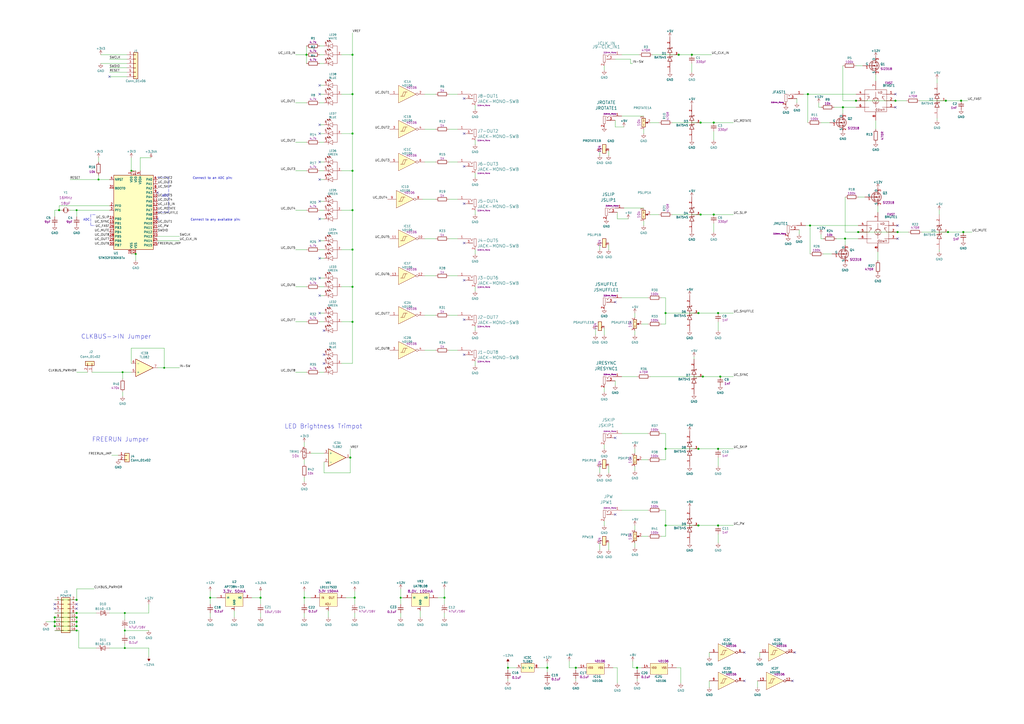
<source format=kicad_sch>
(kicad_sch (version 20210621) (generator eeschema)
  (paper "A2")
  (junction (at 31.75 358.14) (diameter 1.016))
  (junction (at 31.75 360.68) (diameter 1.016))
  (junction (at 31.75 363.22) (diameter 1.016))
  (junction (at 34.29 121.92) (diameter 1.016))
  (junction (at 44.45 121.92))
  (junction (at 44.45 347.98) (diameter 1.016))
  (junction (at 44.45 355.6) (diameter 1.016))
  (junction (at 44.45 358.14) (diameter 1.016))
  (junction (at 44.45 360.68) (diameter 1.016))
  (junction (at 44.45 363.22) (diameter 1.016))
  (junction (at 44.45 365.76))
  (junction (at 57.15 104.14))
  (junction (at 71.12 215.9))
  (junction (at 72.39 355.6))
  (junction (at 72.39 365.76))
  (junction (at 72.39 375.92))
  (junction (at 76.2 99.06))
  (junction (at 78.74 147.32))
  (junction (at 95.25 213.36))
  (junction (at 121.92 346.71))
  (junction (at 151.13 346.71) (diameter 1.016))
  (junction (at 176.53 346.71))
  (junction (at 177.8 31.75) (diameter 1.016))
  (junction (at 203.2 265.43) (diameter 1.016))
  (junction (at 204.47 31.75) (diameter 1.016))
  (junction (at 204.47 54.61) (diameter 1.016))
  (junction (at 204.47 77.47) (diameter 1.016))
  (junction (at 204.47 99.06) (diameter 1.016))
  (junction (at 204.47 121.92) (diameter 1.016))
  (junction (at 204.47 144.78) (diameter 1.016))
  (junction (at 204.47 166.37) (diameter 1.016))
  (junction (at 204.47 186.69) (diameter 1.016))
  (junction (at 205.74 346.71) (diameter 1.016))
  (junction (at 232.41 346.71))
  (junction (at 257.81 346.71) (diameter 1.016))
  (junction (at 294.64 387.35))
  (junction (at 317.5 387.35) (diameter 1.016))
  (junction (at 334.01 387.35) (diameter 1.016))
  (junction (at 369.57 387.35) (diameter 1.016))
  (junction (at 386.08 181.61) (diameter 1.016))
  (junction (at 386.08 260.35) (diameter 1.016))
  (junction (at 386.08 304.8) (diameter 1.016))
  (junction (at 393.7 31.75) (diameter 1.016))
  (junction (at 401.32 31.75) (diameter 1.016))
  (junction (at 405.13 181.61) (diameter 1.016))
  (junction (at 405.13 260.35) (diameter 1.016))
  (junction (at 405.13 304.8) (diameter 1.016))
  (junction (at 406.4 71.12) (diameter 1.016))
  (junction (at 406.4 124.46) (diameter 1.016))
  (junction (at 407.67 218.44) (diameter 1.016))
  (junction (at 414.02 71.12) (diameter 1.016))
  (junction (at 414.02 124.46) (diameter 1.016))
  (junction (at 416.56 181.61) (diameter 1.016))
  (junction (at 416.56 260.35) (diameter 1.016))
  (junction (at 416.56 304.8) (diameter 1.016))
  (junction (at 417.83 218.44) (diameter 1.016))
  (junction (at 468.63 54.61) (diameter 1.016))
  (junction (at 469.9 130.81) (diameter 1.016))
  (junction (at 488.95 62.23) (diameter 1.016))
  (junction (at 490.22 138.43) (diameter 1.016))
  (junction (at 496.57 58.42) (diameter 1.016))
  (junction (at 497.84 134.62) (diameter 1.016))
  (junction (at 519.43 58.42) (diameter 1.016))
  (junction (at 520.7 134.62) (diameter 1.016))
  (junction (at 548.64 58.42) (diameter 1.016))
  (junction (at 549.91 134.62) (diameter 1.016))
  (junction (at 557.53 58.42) (diameter 1.016))
  (junction (at 558.8 134.62) (diameter 1.016))
  (no_connect (at 31.75 350.52))
  (no_connect (at 31.75 353.06))
  (no_connect (at 44.45 350.52))
  (no_connect (at 44.45 353.06))
  (no_connect (at 63.5 44.45))
  (no_connect (at 91.44 111.76))
  (no_connect (at 91.44 127))
  (no_connect (at 185.42 49.53))
  (no_connect (at 185.42 54.61))
  (no_connect (at 185.42 72.39))
  (no_connect (at 185.42 77.47))
  (no_connect (at 185.42 93.98))
  (no_connect (at 185.42 104.14))
  (no_connect (at 185.42 116.84))
  (no_connect (at 185.42 127))
  (no_connect (at 185.42 139.7))
  (no_connect (at 185.42 149.86))
  (no_connect (at 185.42 161.29))
  (no_connect (at 185.42 171.45))
  (no_connect (at 185.42 181.61))
  (no_connect (at 187.96 191.77))
  (no_connect (at 187.96 205.74))
  (no_connect (at 187.96 210.82))
  (no_connect (at 269.24 57.15))
  (no_connect (at 269.24 77.47))
  (no_connect (at 269.24 96.52))
  (no_connect (at 269.24 118.11))
  (no_connect (at 269.24 140.97))
  (no_connect (at 269.24 162.56))
  (no_connect (at 269.24 185.42))
  (no_connect (at 269.24 205.74))
  (no_connect (at 356.87 175.26))
  (no_connect (at 356.87 254))
  (no_connect (at 356.87 298.45))
  (no_connect (at 431.8 378.46))
  (no_connect (at 431.8 394.97))
  (no_connect (at 459.74 394.97))
  (no_connect (at 461.01 378.46))
  (no_connect (at 519.43 54.61))
  (no_connect (at 519.43 62.23))
  (no_connect (at 520.7 130.81))
  (no_connect (at 520.7 138.43))
  (wire (pts (xy 26.67 360.68) (xy 31.75 360.68)))
  (wire (pts (xy 31.75 121.92) (xy 31.75 125.73)))
  (wire (pts (xy 31.75 347.98) (xy 44.45 347.98)))
  (wire (pts (xy 31.75 355.6) (xy 44.45 355.6)))
  (wire (pts (xy 31.75 358.14) (xy 31.75 360.68)))
  (wire (pts (xy 31.75 358.14) (xy 44.45 358.14)))
  (wire (pts (xy 31.75 360.68) (xy 31.75 363.22)))
  (wire (pts (xy 31.75 360.68) (xy 44.45 360.68)))
  (wire (pts (xy 31.75 363.22) (xy 44.45 363.22)))
  (wire (pts (xy 31.75 365.76) (xy 44.45 365.76)))
  (wire (pts (xy 34.29 119.38) (xy 34.29 121.92)))
  (wire (pts (xy 34.29 119.38) (xy 63.5 119.38)))
  (wire (pts (xy 34.29 121.92) (xy 31.75 121.92)))
  (wire (pts (xy 35.56 121.92) (xy 34.29 121.92)))
  (wire (pts (xy 40.64 104.14) (xy 57.15 104.14)))
  (wire (pts (xy 44.45 121.92) (xy 40.64 121.92)))
  (wire (pts (xy 44.45 121.92) (xy 44.45 125.73)))
  (wire (pts (xy 44.45 121.92) (xy 63.5 121.92)))
  (wire (pts (xy 44.45 215.9) (xy 50.8 215.9)))
  (wire (pts (xy 44.45 341.63) (xy 44.45 347.98)))
  (wire (pts (xy 44.45 341.63) (xy 54.61 341.63)))
  (wire (pts (xy 44.45 355.6) (xy 55.88 355.6)))
  (wire (pts (xy 44.45 358.14) (xy 44.45 360.68)))
  (wire (pts (xy 44.45 360.68) (xy 44.45 363.22)))
  (wire (pts (xy 44.45 365.76) (xy 45.72 365.76)))
  (wire (pts (xy 45.72 365.76) (xy 45.72 375.92)))
  (wire (pts (xy 45.72 375.92) (xy 55.88 375.92)))
  (wire (pts (xy 53.34 215.9) (xy 71.12 215.9)))
  (wire (pts (xy 57.15 91.44) (xy 57.15 93.98)))
  (wire (pts (xy 57.15 101.6) (xy 57.15 104.14)))
  (wire (pts (xy 57.15 104.14) (xy 63.5 104.14)))
  (wire (pts (xy 58.42 31.75) (xy 73.66 31.75)))
  (wire (pts (xy 58.42 36.83) (xy 73.66 36.83)))
  (wire (pts (xy 63.5 34.29) (xy 73.66 34.29)))
  (wire (pts (xy 63.5 39.37) (xy 73.66 39.37)))
  (wire (pts (xy 63.5 41.91) (xy 73.66 41.91)))
  (wire (pts (xy 63.5 44.45) (xy 73.66 44.45)))
  (wire (pts (xy 63.5 355.6) (xy 72.39 355.6)))
  (wire (pts (xy 63.5 375.92) (xy 72.39 375.92)))
  (wire (pts (xy 64.77 264.16) (xy 68.58 264.16)))
  (wire (pts (xy 71.12 215.9) (xy 71.12 219.71)))
  (wire (pts (xy 71.12 227.33) (xy 71.12 229.87)))
  (wire (pts (xy 72.39 355.6) (xy 72.39 359.41)))
  (wire (pts (xy 72.39 355.6) (xy 86.36 355.6)))
  (wire (pts (xy 72.39 364.49) (xy 72.39 365.76)))
  (wire (pts (xy 72.39 365.76) (xy 72.39 368.3)))
  (wire (pts (xy 72.39 365.76) (xy 86.36 365.76)))
  (wire (pts (xy 72.39 373.38) (xy 72.39 375.92)))
  (wire (pts (xy 72.39 375.92) (xy 86.36 375.92)))
  (wire (pts (xy 76.2 91.44) (xy 76.2 99.06)))
  (wire (pts (xy 76.2 99.06) (xy 78.74 99.06)))
  (wire (pts (xy 76.2 147.32) (xy 78.74 147.32)))
  (wire (pts (xy 76.2 201.93) (xy 76.2 210.82)))
  (wire (pts (xy 76.2 215.9) (xy 71.12 215.9)))
  (wire (pts (xy 78.74 147.32) (xy 78.74 151.13)))
  (wire (pts (xy 81.28 91.44) (xy 81.28 99.06)))
  (wire (pts (xy 81.28 91.44) (xy 87.63 91.44)))
  (wire (pts (xy 86.36 350.52) (xy 86.36 355.6)))
  (wire (pts (xy 86.36 375.92) (xy 86.36 381)))
  (wire (pts (xy 91.44 137.16) (xy 104.14 137.16)))
  (wire (pts (xy 91.44 139.7) (xy 104.14 139.7)))
  (wire (pts (xy 91.44 213.36) (xy 95.25 213.36)))
  (wire (pts (xy 95.25 201.93) (xy 76.2 201.93)))
  (wire (pts (xy 95.25 201.93) (xy 95.25 213.36)))
  (wire (pts (xy 95.25 213.36) (xy 104.14 213.36)))
  (wire (pts (xy 121.92 342.9) (xy 121.92 346.71)))
  (wire (pts (xy 121.92 346.71) (xy 121.92 350.52)))
  (wire (pts (xy 121.92 346.71) (xy 125.73 346.71)))
  (wire (pts (xy 121.92 355.6) (xy 121.92 358.14)))
  (wire (pts (xy 135.89 354.33) (xy 135.89 358.14)))
  (wire (pts (xy 146.05 346.71) (xy 151.13 346.71)))
  (wire (pts (xy 151.13 342.9) (xy 151.13 346.71)))
  (wire (pts (xy 151.13 346.71) (xy 151.13 350.52)))
  (wire (pts (xy 151.13 355.6) (xy 151.13 358.14)))
  (wire (pts (xy 171.45 31.75) (xy 177.8 31.75)))
  (wire (pts (xy 171.45 59.69) (xy 177.8 59.69)))
  (wire (pts (xy 171.45 82.55) (xy 177.8 82.55)))
  (wire (pts (xy 171.45 99.06) (xy 177.8 99.06)))
  (wire (pts (xy 171.45 121.92) (xy 177.8 121.92)))
  (wire (pts (xy 171.45 144.78) (xy 177.8 144.78)))
  (wire (pts (xy 171.45 166.37) (xy 177.8 166.37)))
  (wire (pts (xy 171.45 186.69) (xy 177.8 186.69)))
  (wire (pts (xy 171.45 215.9) (xy 177.8 215.9)))
  (wire (pts (xy 176.53 256.54) (xy 176.53 259.08)))
  (wire (pts (xy 176.53 266.7) (xy 176.53 269.24)))
  (wire (pts (xy 176.53 276.86) (xy 176.53 279.4)))
  (wire (pts (xy 176.53 342.9) (xy 176.53 346.71)))
  (wire (pts (xy 176.53 346.71) (xy 176.53 350.52)))
  (wire (pts (xy 176.53 346.71) (xy 180.34 346.71)))
  (wire (pts (xy 176.53 355.6) (xy 176.53 358.14)))
  (wire (pts (xy 177.8 26.67) (xy 177.8 31.75)))
  (wire (pts (xy 177.8 31.75) (xy 177.8 36.83)))
  (wire (pts (xy 180.34 262.89) (xy 187.96 262.89)))
  (wire (pts (xy 185.42 26.67) (xy 187.96 26.67)))
  (wire (pts (xy 185.42 31.75) (xy 187.96 31.75)))
  (wire (pts (xy 185.42 36.83) (xy 187.96 36.83)))
  (wire (pts (xy 185.42 49.53) (xy 187.96 49.53)))
  (wire (pts (xy 185.42 54.61) (xy 187.96 54.61)))
  (wire (pts (xy 185.42 59.69) (xy 187.96 59.69)))
  (wire (pts (xy 185.42 72.39) (xy 187.96 72.39)))
  (wire (pts (xy 185.42 77.47) (xy 187.96 77.47)))
  (wire (pts (xy 185.42 82.55) (xy 187.96 82.55)))
  (wire (pts (xy 185.42 93.98) (xy 187.96 93.98)))
  (wire (pts (xy 185.42 99.06) (xy 187.96 99.06)))
  (wire (pts (xy 185.42 104.14) (xy 187.96 104.14)))
  (wire (pts (xy 185.42 116.84) (xy 187.96 116.84)))
  (wire (pts (xy 185.42 121.92) (xy 187.96 121.92)))
  (wire (pts (xy 185.42 127) (xy 187.96 127)))
  (wire (pts (xy 185.42 139.7) (xy 187.96 139.7)))
  (wire (pts (xy 185.42 144.78) (xy 187.96 144.78)))
  (wire (pts (xy 185.42 149.86) (xy 187.96 149.86)))
  (wire (pts (xy 185.42 161.29) (xy 187.96 161.29)))
  (wire (pts (xy 185.42 166.37) (xy 187.96 166.37)))
  (wire (pts (xy 185.42 171.45) (xy 187.96 171.45)))
  (wire (pts (xy 185.42 181.61) (xy 187.96 181.61)))
  (wire (pts (xy 185.42 186.69) (xy 187.96 186.69)))
  (wire (pts (xy 185.42 215.9) (xy 187.96 215.9)))
  (wire (pts (xy 187.96 267.97) (xy 187.96 274.32)))
  (wire (pts (xy 187.96 274.32) (xy 203.2 274.32)))
  (wire (pts (xy 190.5 354.33) (xy 190.5 358.14)))
  (wire (pts (xy 198.12 31.75) (xy 204.47 31.75)))
  (wire (pts (xy 198.12 54.61) (xy 204.47 54.61)))
  (wire (pts (xy 198.12 77.47) (xy 204.47 77.47)))
  (wire (pts (xy 198.12 99.06) (xy 204.47 99.06)))
  (wire (pts (xy 198.12 121.92) (xy 204.47 121.92)))
  (wire (pts (xy 198.12 144.78) (xy 204.47 144.78)))
  (wire (pts (xy 198.12 166.37) (xy 204.47 166.37)))
  (wire (pts (xy 198.12 186.69) (xy 204.47 186.69)))
  (wire (pts (xy 198.12 210.82) (xy 204.47 210.82)))
  (wire (pts (xy 200.66 346.71) (xy 205.74 346.71)))
  (wire (pts (xy 203.2 260.35) (xy 203.2 265.43)))
  (wire (pts (xy 203.2 274.32) (xy 203.2 265.43)))
  (wire (pts (xy 204.47 19.05) (xy 204.47 31.75)))
  (wire (pts (xy 204.47 54.61) (xy 204.47 31.75)))
  (wire (pts (xy 204.47 77.47) (xy 204.47 54.61)))
  (wire (pts (xy 204.47 99.06) (xy 204.47 77.47)))
  (wire (pts (xy 204.47 121.92) (xy 204.47 99.06)))
  (wire (pts (xy 204.47 144.78) (xy 204.47 121.92)))
  (wire (pts (xy 204.47 144.78) (xy 204.47 166.37)))
  (wire (pts (xy 204.47 166.37) (xy 204.47 186.69)))
  (wire (pts (xy 204.47 186.69) (xy 204.47 210.82)))
  (wire (pts (xy 205.74 342.9) (xy 205.74 346.71)))
  (wire (pts (xy 205.74 346.71) (xy 205.74 350.52)))
  (wire (pts (xy 205.74 355.6) (xy 205.74 358.14)))
  (wire (pts (xy 232.41 346.71) (xy 232.41 341.63)))
  (wire (pts (xy 232.41 346.71) (xy 232.41 350.52)))
  (wire (pts (xy 232.41 355.6) (xy 232.41 358.14)))
  (wire (pts (xy 233.68 346.71) (xy 232.41 346.71)))
  (wire (pts (xy 243.84 354.33) (xy 243.84 358.14)))
  (wire (pts (xy 245.11 115.57) (xy 252.73 115.57)))
  (wire (pts (xy 246.38 54.61) (xy 252.73 54.61)))
  (wire (pts (xy 246.38 74.93) (xy 252.73 74.93)))
  (wire (pts (xy 246.38 93.98) (xy 252.73 93.98)))
  (wire (pts (xy 246.38 138.43) (xy 252.73 138.43)))
  (wire (pts (xy 246.38 160.02) (xy 252.73 160.02)))
  (wire (pts (xy 246.38 182.88) (xy 252.73 182.88)))
  (wire (pts (xy 246.38 203.2) (xy 252.73 203.2)))
  (wire (pts (xy 254 346.71) (xy 257.81 346.71)))
  (wire (pts (xy 257.81 341.63) (xy 257.81 346.71)))
  (wire (pts (xy 257.81 346.71) (xy 257.81 350.52)))
  (wire (pts (xy 257.81 355.6) (xy 257.81 358.14)))
  (wire (pts (xy 260.35 54.61) (xy 265.43 54.61)))
  (wire (pts (xy 260.35 74.93) (xy 265.43 74.93)))
  (wire (pts (xy 260.35 93.98) (xy 265.43 93.98)))
  (wire (pts (xy 260.35 115.57) (xy 265.43 115.57)))
  (wire (pts (xy 260.35 138.43) (xy 265.43 138.43)))
  (wire (pts (xy 260.35 160.02) (xy 265.43 160.02)))
  (wire (pts (xy 260.35 182.88) (xy 265.43 182.88)))
  (wire (pts (xy 260.35 203.2) (xy 265.43 203.2)))
  (wire (pts (xy 275.59 60.96) (xy 275.59 63.5)))
  (wire (pts (xy 275.59 81.28) (xy 275.59 83.82)))
  (wire (pts (xy 275.59 100.33) (xy 275.59 102.87)))
  (wire (pts (xy 275.59 121.92) (xy 275.59 124.46)))
  (wire (pts (xy 275.59 144.78) (xy 275.59 147.32)))
  (wire (pts (xy 275.59 166.37) (xy 275.59 168.91)))
  (wire (pts (xy 275.59 189.23) (xy 275.59 191.77)))
  (wire (pts (xy 275.59 209.55) (xy 275.59 212.09)))
  (wire (pts (xy 294.64 384.81) (xy 294.64 387.35)))
  (wire (pts (xy 294.64 387.35) (xy 294.64 388.62)))
  (wire (pts (xy 294.64 387.35) (xy 299.72 387.35)))
  (wire (pts (xy 294.64 393.7) (xy 294.64 394.97)))
  (wire (pts (xy 312.42 387.35) (xy 317.5 387.35)))
  (wire (pts (xy 317.5 387.35) (xy 317.5 384.81)))
  (wire (pts (xy 317.5 387.35) (xy 317.5 389.89)))
  (wire (pts (xy 330.2 383.54) (xy 330.2 387.35)))
  (wire (pts (xy 330.2 387.35) (xy 334.01 387.35)))
  (wire (pts (xy 334.01 387.35) (xy 334.01 388.62)))
  (wire (pts (xy 334.01 387.35) (xy 335.28 387.35)))
  (wire (pts (xy 334.01 393.7) (xy 334.01 394.97)))
  (wire (pts (xy 345.44 190.5) (xy 345.44 194.31)))
  (wire (pts (xy 347.98 87.63) (xy 347.98 90.17)))
  (wire (pts (xy 347.98 142.24) (xy 347.98 144.78)))
  (wire (pts (xy 347.98 270.51) (xy 347.98 274.32)))
  (wire (pts (xy 347.98 314.96) (xy 347.98 318.77)))
  (wire (pts (xy 350.52 38.1) (xy 350.52 40.64)))
  (wire (pts (xy 350.52 190.5) (xy 350.52 194.31)))
  (wire (pts (xy 350.52 224.79) (xy 350.52 227.33)))
  (wire (pts (xy 350.52 257.81) (xy 350.52 260.35)))
  (wire (pts (xy 350.52 302.26) (xy 350.52 304.8)))
  (wire (pts (xy 353.06 87.63) (xy 353.06 90.17)))
  (wire (pts (xy 353.06 142.24) (xy 353.06 144.78)))
  (wire (pts (xy 353.06 270.51) (xy 353.06 274.32)))
  (wire (pts (xy 353.06 314.96) (xy 353.06 318.77)))
  (wire (pts (xy 355.6 387.35) (xy 358.14 387.35)))
  (wire (pts (xy 356.87 34.29) (xy 365.76 34.29)))
  (wire (pts (xy 356.87 69.85) (xy 356.87 73.66)))
  (wire (pts (xy 356.87 73.66) (xy 361.95 73.66)))
  (wire (pts (xy 356.87 220.98) (xy 356.87 223.52)))
  (wire (pts (xy 358.14 123.19) (xy 358.14 127)))
  (wire (pts (xy 358.14 127) (xy 364.49 127)))
  (wire (pts (xy 358.14 387.35) (xy 358.14 396.24)))
  (wire (pts (xy 360.68 31.75) (xy 370.84 31.75)))
  (wire (pts (xy 360.68 67.31) (xy 373.38 67.31)))
  (wire (pts (xy 360.68 172.72) (xy 375.92 172.72)))
  (wire (pts (xy 360.68 218.44) (xy 369.57 218.44)))
  (wire (pts (xy 360.68 251.46) (xy 375.92 251.46)))
  (wire (pts (xy 360.68 295.91) (xy 375.92 295.91)))
  (wire (pts (xy 361.95 120.65) (xy 373.38 120.65)))
  (wire (pts (xy 365.76 34.29) (xy 365.76 36.83)))
  (wire (pts (xy 365.76 36.83) (xy 367.03 36.83)))
  (wire (pts (xy 367.03 383.54) (xy 367.03 387.35)))
  (wire (pts (xy 367.03 387.35) (xy 369.57 387.35)))
  (wire (pts (xy 368.3 181.61) (xy 368.3 184.15)))
  (wire (pts (xy 368.3 191.77) (xy 368.3 194.31)))
  (wire (pts (xy 368.3 260.35) (xy 368.3 262.89)))
  (wire (pts (xy 368.3 270.51) (xy 368.3 273.05)))
  (wire (pts (xy 368.3 304.8) (xy 368.3 307.34)))
  (wire (pts (xy 368.3 314.96) (xy 368.3 317.5)))
  (wire (pts (xy 369.57 387.35) (xy 369.57 388.62)))
  (wire (pts (xy 369.57 387.35) (xy 372.11 387.35)))
  (wire (pts (xy 369.57 393.7) (xy 369.57 394.97)))
  (wire (pts (xy 372.11 187.96) (xy 375.92 187.96)))
  (wire (pts (xy 372.11 266.7) (xy 375.92 266.7)))
  (wire (pts (xy 372.11 311.15) (xy 375.92 311.15)))
  (wire (pts (xy 373.38 74.93) (xy 373.38 77.47)))
  (wire (pts (xy 373.38 128.27) (xy 373.38 130.81)))
  (wire (pts (xy 377.19 71.12) (xy 382.27 71.12)))
  (wire (pts (xy 377.19 124.46) (xy 382.27 124.46)))
  (wire (pts (xy 377.19 218.44) (xy 407.67 218.44)))
  (wire (pts (xy 378.46 31.75) (xy 393.7 31.75)))
  (wire (pts (xy 383.54 187.96) (xy 386.08 187.96)))
  (wire (pts (xy 383.54 266.7) (xy 386.08 266.7)))
  (wire (pts (xy 383.54 311.15) (xy 386.08 311.15)))
  (wire (pts (xy 386.08 172.72) (xy 383.54 172.72)))
  (wire (pts (xy 386.08 181.61) (xy 386.08 172.72)))
  (wire (pts (xy 386.08 181.61) (xy 405.13 181.61)))
  (wire (pts (xy 386.08 187.96) (xy 386.08 181.61)))
  (wire (pts (xy 386.08 251.46) (xy 383.54 251.46)))
  (wire (pts (xy 386.08 260.35) (xy 386.08 251.46)))
  (wire (pts (xy 386.08 260.35) (xy 405.13 260.35)))
  (wire (pts (xy 386.08 266.7) (xy 386.08 260.35)))
  (wire (pts (xy 386.08 295.91) (xy 383.54 295.91)))
  (wire (pts (xy 386.08 304.8) (xy 386.08 295.91)))
  (wire (pts (xy 386.08 304.8) (xy 405.13 304.8)))
  (wire (pts (xy 386.08 311.15) (xy 386.08 304.8)))
  (wire (pts (xy 389.89 71.12) (xy 406.4 71.12)))
  (wire (pts (xy 389.89 124.46) (xy 406.4 124.46)))
  (wire (pts (xy 392.43 387.35) (xy 394.97 387.35)))
  (wire (pts (xy 393.7 31.75) (xy 401.32 31.75)))
  (wire (pts (xy 394.97 387.35) (xy 394.97 396.24)))
  (wire (pts (xy 401.32 31.75) (xy 412.75 31.75)))
  (wire (pts (xy 401.32 36.83) (xy 401.32 41.91)))
  (wire (pts (xy 402.59 207.01) (xy 402.59 208.28)))
  (wire (pts (xy 405.13 181.61) (xy 416.56 181.61)))
  (wire (pts (xy 405.13 260.35) (xy 416.56 260.35)))
  (wire (pts (xy 405.13 304.8) (xy 416.56 304.8)))
  (wire (pts (xy 406.4 71.12) (xy 414.02 71.12)))
  (wire (pts (xy 406.4 124.46) (xy 414.02 124.46)))
  (wire (pts (xy 407.67 218.44) (xy 417.83 218.44)))
  (wire (pts (xy 411.48 381) (xy 411.48 378.46)))
  (wire (pts (xy 411.48 394.97) (xy 411.48 398.78)))
  (wire (pts (xy 414.02 71.12) (xy 425.45 71.12)))
  (wire (pts (xy 414.02 76.2) (xy 414.02 81.28)))
  (wire (pts (xy 414.02 124.46) (xy 425.45 124.46)))
  (wire (pts (xy 414.02 129.54) (xy 414.02 134.62)))
  (wire (pts (xy 416.56 181.61) (xy 425.45 181.61)))
  (wire (pts (xy 416.56 186.69) (xy 416.56 191.77)))
  (wire (pts (xy 416.56 260.35) (xy 425.45 260.35)))
  (wire (pts (xy 416.56 265.43) (xy 416.56 270.51)))
  (wire (pts (xy 416.56 304.8) (xy 425.45 304.8)))
  (wire (pts (xy 416.56 309.88) (xy 416.56 314.96)))
  (wire (pts (xy 417.83 218.44) (xy 425.45 218.44)))
  (wire (pts (xy 439.42 394.97) (xy 439.42 398.78)))
  (wire (pts (xy 440.69 378.46) (xy 440.69 381)))
  (wire (pts (xy 462.28 57.15) (xy 462.28 59.69)))
  (wire (pts (xy 463.55 133.35) (xy 463.55 135.89)))
  (wire (pts (xy 468.63 54.61) (xy 466.09 54.61)))
  (wire (pts (xy 468.63 54.61) (xy 468.63 71.12)))
  (wire (pts (xy 469.9 130.81) (xy 467.36 130.81)))
  (wire (pts (xy 469.9 130.81) (xy 469.9 147.32)))
  (wire (pts (xy 474.98 59.69) (xy 474.98 62.23)))
  (wire (pts (xy 474.98 62.23) (xy 476.25 62.23)))
  (wire (pts (xy 476.25 135.89) (xy 476.25 138.43)))
  (wire (pts (xy 476.25 138.43) (xy 477.52 138.43)))
  (wire (pts (xy 481.33 71.12) (xy 476.25 71.12)))
  (wire (pts (xy 482.6 147.32) (xy 477.52 147.32)))
  (wire (pts (xy 488.95 58.42) (xy 488.95 38.1)))
  (wire (pts (xy 488.95 62.23) (xy 483.87 62.23)))
  (wire (pts (xy 488.95 62.23) (xy 488.95 66.04)))
  (wire (pts (xy 490.22 134.62) (xy 490.22 114.3)))
  (wire (pts (xy 490.22 138.43) (xy 485.14 138.43)))
  (wire (pts (xy 490.22 138.43) (xy 490.22 142.24)))
  (wire (pts (xy 496.57 54.61) (xy 468.63 54.61)))
  (wire (pts (xy 496.57 58.42) (xy 488.95 58.42)))
  (wire (pts (xy 496.57 58.42) (xy 519.43 58.42)))
  (wire (pts (xy 496.57 62.23) (xy 488.95 62.23)))
  (wire (pts (xy 497.84 130.81) (xy 469.9 130.81)))
  (wire (pts (xy 497.84 134.62) (xy 490.22 134.62)))
  (wire (pts (xy 497.84 134.62) (xy 520.7 134.62)))
  (wire (pts (xy 497.84 138.43) (xy 490.22 138.43)))
  (wire (pts (xy 500.38 38.1) (xy 496.57 38.1)))
  (wire (pts (xy 501.65 114.3) (xy 497.84 114.3)))
  (wire (pts (xy 508 43.18) (xy 508 46.99)))
  (wire (pts (xy 508 69.85) (xy 508 74.93)))
  (wire (pts (xy 509.27 119.38) (xy 509.27 123.19)))
  (wire (pts (xy 509.27 146.05) (xy 509.27 151.13)))
  (wire (pts (xy 525.78 58.42) (xy 519.43 58.42)))
  (wire (pts (xy 527.05 134.62) (xy 520.7 134.62)))
  (wire (pts (xy 543.56 45.72) (xy 543.56 48.26)))
  (wire (pts (xy 543.56 68.58) (xy 543.56 69.85)))
  (wire (pts (xy 544.83 121.92) (xy 544.83 124.46)))
  (wire (pts (xy 544.83 144.78) (xy 544.83 146.05)))
  (wire (pts (xy 548.64 58.42) (xy 533.4 58.42)))
  (wire (pts (xy 549.91 134.62) (xy 534.67 134.62)))
  (wire (pts (xy 557.53 58.42) (xy 548.64 58.42)))
  (wire (pts (xy 558.8 134.62) (xy 549.91 134.62)))
  (wire (pts (xy 561.34 58.42) (xy 557.53 58.42)))
  (wire (pts (xy 563.88 134.62) (xy 558.8 134.62)))
  (polyline (pts (xy 52.705 124.46) (xy 52.705 130.81)))
  (polyline (pts (xy 52.705 130.81) (xy 55.245 130.81)))
  (polyline (pts (xy 55.245 124.46) (xy 52.705 124.46)))
  (polyline (pts (xy 91.44 102.87) (xy 97.79 102.87)))
  (polyline (pts (xy 91.44 123.19) (xy 97.79 123.19)))
  (polyline (pts (xy 97.79 102.87) (xy 97.79 123.19)))
  (text "CLKBUS->IN Jumper" (at 46.99 196.85 0) (effects (font (size 2.54 2.54)) (justify left bottom)))
  (text "ADC" (at 48.26 128.27 0) (effects (font (size 1.27 1.27)) (justify left bottom)))
  (text "FREERUN Jumper" (at 53.34 256.54 0) (effects (font (size 2.54 2.54)) (justify left bottom)))
  (text "ADC" (at 93.98 114.3 0) (effects (font (size 1.27 1.27)) (justify left bottom)))
  (text "Connect to any available pin:" (at 110.49 128.27 0) (effects (font (size 1.27 1.27)) (justify left bottom)))
  (text "Connect to an ADC pin:" (at 111.76 104.14 0) (effects (font (size 1.27 1.27)) (justify left bottom)))
  (text "LED Brightness Trimpot" (at 165.1 248.92 0) (effects (font (size 2.54 2.54)) (justify left bottom)))
  (label "RESET" (at 40.64 104.14 0))
  (label "CLKBUS_PWRHDR" (at 44.45 215.9 180))
  (label "CLKBUS_PWRHDR" (at 54.61 341.63 0))
  (label "SWCLK" (at 63.5 34.29 0))
  (label "SWDIO" (at 63.5 39.37 0))
  (label "RESET" (at 63.5 41.91 0))
  (label "UC_SLIP" (at 63.5 127 180))
  (label "UC_SYNC" (at 63.5 129.54 180))
  (label "UC_FAST" (at 63.5 132.08 180))
  (label "UC_MUTE" (at 63.5 134.62 180))
  (label "UC_OUT8" (at 63.5 137.16 180))
  (label "UC_OUT7" (at 63.5 139.7 180))
  (label "UC_OUT6" (at 63.5 142.24 180))
  (label "FREERUN_JMP" (at 64.77 264.16 180))
  (label "UC_OUT2" (at 91.44 104.14 0))
  (label "UC_OUT3" (at 91.44 106.68 0))
  (label "UC_SKIP" (at 91.44 109.22 0))
  (label "UC_OUT5" (at 91.44 114.3 0))
  (label "UC_OUT4" (at 91.44 116.84 0))
  (label "UC_LED_IN" (at 91.44 119.38 0))
  (label "UC_ROTATE" (at 91.44 121.92 0))
  (label "UC_SHUFFLE" (at 91.44 124.46 0))
  (label "UC_OUT1" (at 91.44 129.54 0))
  (label "UC_PW" (at 91.44 132.08 0))
  (label "SWDIO" (at 91.44 134.62 0))
  (label "FREERUN_JMP" (at 91.44 142.24 0))
  (label "SWCLK" (at 104.14 137.16 0))
  (label "UC_CLK_IN" (at 104.14 139.7 0))
  (label "IN-SW" (at 104.14 213.36 0))
  (label "UC_LED_IN" (at 171.45 31.75 180))
  (label "UC_OUT1" (at 171.45 59.69 180))
  (label "UC_OUT2" (at 171.45 82.55 180))
  (label "UC_OUT3" (at 171.45 99.06 180))
  (label "UC_OUT4" (at 171.45 121.92 180))
  (label "UC_OUT5" (at 171.45 144.78 180))
  (label "UC_OUT6" (at 171.45 166.37 180))
  (label "UC_OUT7" (at 171.45 186.69 180))
  (label "UC_OUT8" (at 171.45 215.9 180))
  (label "VREF" (at 203.2 260.35 0))
  (label "VREF" (at 204.47 19.05 0))
  (label "UC_OUT4" (at 224.79 115.57 180))
  (label "UC_OUT1" (at 226.06 54.61 180))
  (label "UC_OUT2" (at 226.06 74.93 180))
  (label "UC_OUT3" (at 226.06 93.98 180))
  (label "UC_OUT5" (at 226.06 138.43 180))
  (label "UC_OUT6" (at 226.06 160.02 180))
  (label "UC_OUT7" (at 226.06 182.88 180))
  (label "UC_OUT8" (at 226.06 203.2 180))
  (label "IN-SW" (at 367.03 36.83 0))
  (label "UC_CLK_IN" (at 412.75 31.75 0))
  (label "UC_ROTATE" (at 425.45 71.12 0))
  (label "UC_SLIP" (at 425.45 124.46 0))
  (label "UC_SHUFFLE" (at 425.45 181.61 0))
  (label "UC_SYNC" (at 425.45 218.44 0))
  (label "UC_SKIP" (at 425.45 260.35 0))
  (label "UC_PW" (at 425.45 304.8 0))
  (label "UC_FAST" (at 561.34 58.42 0))
  (label "UC_MUTE" (at 563.88 134.62 0))
  (symbol (lib_id "4ms_Power_Symbol:+3.3VA") (at 87.63 91.44 0) (unit 1)
    (property "Reference" "#PWR0142" (effects hide))
    (property "Value" "+3.3VA" (at 87.63 87.9625 0))
  )
  (symbol (lib_id "4ms_Power_Symbol:+3.3VA") (at 151.13 342.9 0) (unit 1)
    (property "Reference" "#PWR0148" (effects hide))
    (property "Value" "+3.3VA" (at 151.13 338.1525 0))
  )
  (symbol (lib_id "4ms_Power_Symbol:+3.3V") (at 57.15 91.44 0) (unit 1)
    (property "Reference" "#PWR0143" (effects hide))
    (property "Value" "+3.3V" (at 57.15 87.8355 0))
  )
  (symbol (lib_id "4ms_Power_Symbol:+3.3V") (at 58.42 31.75 0) (unit 1)
    (property "Reference" "#PWR0144" (effects hide))
    (property "Value" "+3.3V" (at 58.42 28.1455 0))
  )
  (symbol (lib_id "4ms_Power_Symbol:+3.3V") (at 76.2 91.44 0) (unit 1)
    (property "Reference" "#PWR0136" (effects hide))
    (property "Value" "+3.3V" (at 76.2 87.8355 0))
  )
  (symbol (lib_id "4ms_Power_Symbol:+12V") (at 86.36 350.52 0) (unit 1)
    (property "Reference" "#PWR0139" (effects hide))
    (property "Value" "+12V" (at 86.36 346.9726 0))
  )
  (symbol (lib_id "4ms_Power_Symbol:-12VA") (at 86.36 381 180) (unit 1)
    (property "Reference" "#PWR0209" (effects hide))
    (property "Value" "-12VA" (at 86.36 385.5624 0))
  )
  (symbol (lib_id "4ms_Power_Symbol:+12V") (at 121.92 342.9 0) (unit 1)
    (property "Reference" "#PWR0152" (effects hide))
    (property "Value" "+12V" (at 121.92 338.0826 0))
  )
  (symbol (lib_id "4ms_Power_Symbol:+3.3V") (at 176.53 256.54 0) (unit 1)
    (property "Reference" "#PWR0131" (effects hide))
    (property "Value" "+3.3V" (at 176.53 252.9355 0))
  )
  (symbol (lib_id "4ms_Power_Symbol:+12V") (at 176.53 342.9 0) (unit 1)
    (property "Reference" "#PWR0214" (effects hide))
    (property "Value" "+12V" (at 176.53 338.0826 0))
  )
  (symbol (lib_id "4ms_Power_Symbol:+3.3V") (at 205.74 342.9 0) (unit 1)
    (property "Reference" "#PWR0147" (effects hide))
    (property "Value" "+3.3V" (at 205.74 338.0255 0))
  )
  (symbol (lib_id "4ms_Power_Symbol:+12V") (at 232.41 341.63 0) (unit 1)
    (property "Reference" "#PWR0134" (effects hide))
    (property "Value" "+12V" (at 232.41 338.0826 0))
  )
  (symbol (lib_id "power:+8V") (at 257.81 341.63 0) (unit 1)
    (property "Reference" "#PWR0215" (effects hide))
    (property "Value" "+8V" (at 257.81 338.0255 0))
  )
  (symbol (lib_id "4ms_Power_Symbol:-12VA") (at 294.64 384.81 0) (unit 1)
    (property "Reference" "#PWR0219" (effects hide))
    (property "Value" "-12VA" (at 294.64 380.2476 0))
  )
  (symbol (lib_id "4ms_Power_Symbol:+12V") (at 317.5 384.81 0) (unit 1)
    (property "Reference" "#PWR0137" (effects hide))
    (property "Value" "+12V" (at 317.5 381.2626 0))
  )
  (symbol (lib_id "power:+8V") (at 330.2 383.54 0) (unit 1)
    (property "Reference" "#PWR0218" (effects hide))
    (property "Value" "+8V" (at 330.2 379.9355 0))
  )
  (symbol (lib_id "4ms_Power_Symbol:+5V") (at 361.95 73.66 0) (unit 1)
    (property "Reference" "#PWR0193" (effects hide))
    (property "Value" "+5V" (at 361.95 70.1126 0))
  )
  (symbol (lib_id "4ms_Power_Symbol:+5V") (at 364.49 127 0) (unit 1)
    (property "Reference" "#PWR0168" (effects hide))
    (property "Value" "+5V" (at 364.49 123.4526 0))
  )
  (symbol (lib_id "power:+8V") (at 367.03 383.54 0) (unit 1)
    (property "Reference" "#PWR0217" (effects hide))
    (property "Value" "+8V" (at 367.03 379.9355 0))
  )
  (symbol (lib_id "4ms_Power_Symbol:+5V") (at 368.3 181.61 0) (unit 1)
    (property "Reference" "#PWR0164" (effects hide))
    (property "Value" "+5V" (at 368.3 178.0626 0))
  )
  (symbol (lib_id "4ms_Power_Symbol:+5V") (at 368.3 260.35 0) (unit 1)
    (property "Reference" "#PWR0106" (effects hide))
    (property "Value" "+5V" (at 368.3 256.8026 0))
  )
  (symbol (lib_id "4ms_Power_Symbol:+5V") (at 368.3 304.8 0) (unit 1)
    (property "Reference" "#PWR0116" (effects hide))
    (property "Value" "+5V" (at 368.3 301.2526 0))
  )
  (symbol (lib_id "4ms_Power_Symbol:+5V") (at 388.62 21.59 0) (unit 1)
    (property "Reference" "#PWR0195" (effects hide))
    (property "Value" "+5V" (at 388.62 18.0426 0))
  )
  (symbol (lib_id "4ms_Power_Symbol:+5V") (at 400.05 171.45 0) (unit 1)
    (property "Reference" "#PWR0163" (effects hide))
    (property "Value" "+5V" (at 400.05 167.9026 0))
  )
  (symbol (lib_id "4ms_Power_Symbol:+5V") (at 400.05 250.19 0) (unit 1)
    (property "Reference" "#PWR0103" (effects hide))
    (property "Value" "+5V" (at 400.05 246.6426 0))
  )
  (symbol (lib_id "4ms_Power_Symbol:+5V") (at 400.05 294.64 0) (unit 1)
    (property "Reference" "#PWR0125" (effects hide))
    (property "Value" "+5V" (at 400.05 291.0926 0))
  )
  (symbol (lib_id "4ms_Power_Symbol:+5V") (at 401.32 60.96 0) (unit 1)
    (property "Reference" "#PWR0199" (effects hide))
    (property "Value" "+5V" (at 401.32 57.4126 0))
  )
  (symbol (lib_id "4ms_Power_Symbol:+5V") (at 401.32 114.3 0) (unit 1)
    (property "Reference" "#PWR0167" (effects hide))
    (property "Value" "+5V" (at 401.32 110.7526 0))
  )
  (symbol (lib_id "4ms_Power_Symbol:+5V") (at 402.59 207.01 0) (unit 1)
    (property "Reference" "#PWR0110" (effects hide))
    (property "Value" "+5V" (at 402.59 203.4626 0))
  )
  (symbol (lib_id "4ms_Power_Symbol:+12V") (at 474.98 59.69 0) (mirror y) (unit 1)
    (property "Reference" "#PWR0175" (effects hide))
    (property "Value" "+12V" (at 474.98 56.1426 0))
  )
  (symbol (lib_id "4ms_Power_Symbol:+12V") (at 476.25 135.89 0) (mirror y) (unit 1)
    (property "Reference" "#PWR0160" (effects hide))
    (property "Value" "+12V" (at 476.25 132.3426 0))
  )
  (symbol (lib_id "4ms_Power_Symbol:+12V") (at 508 33.02 0) (mirror y) (unit 1)
    (property "Reference" "#PWR0173" (effects hide))
    (property "Value" "+12V" (at 508 29.4726 0))
  )
  (symbol (lib_id "4ms_Power_Symbol:+12V") (at 509.27 109.22 0) (mirror y) (unit 1)
    (property "Reference" "#PWR0161" (effects hide))
    (property "Value" "+12V" (at 509.27 105.6726 0))
  )
  (symbol (lib_id "4ms_Power_Symbol:+5V") (at 543.56 45.72 0) (mirror y) (unit 1)
    (property "Reference" "#PWR0177" (effects hide))
    (property "Value" "+5V" (at 543.56 42.1726 0))
  )
  (symbol (lib_id "4ms_Power_Symbol:+5V") (at 544.83 121.92 0) (mirror y) (unit 1)
    (property "Reference" "#PWR0205" (effects hide))
    (property "Value" "+5V" (at 544.83 118.3726 0))
  )
  (symbol (lib_id "4ms_Power_Symbol:GND") (at 26.67 360.68 0) (unit 1)
    (property "Reference" "#PWR0141" (effects hide))
    (property "Value" "GND" (at 26.67 365.0044 0))
  )
  (symbol (lib_id "4ms_Power_Symbol:GND") (at 31.75 130.81 0) (mirror y) (unit 1)
    (property "Reference" "#PWR0101" (effects hide))
    (property "Value" "GND" (at 31.75 135.1344 0))
  )
  (symbol (lib_id "4ms_Power_Symbol:GND") (at 44.45 130.81 0) (mirror y) (unit 1)
    (property "Reference" "#PWR0149" (effects hide))
    (property "Value" "GND" (at 44.45 135.1344 0))
  )
  (symbol (lib_id "4ms_Power_Symbol:GND") (at 58.42 36.83 0) (unit 1)
    (property "Reference" "#PWR0145" (effects hide))
    (property "Value" "GND" (at 58.42 41.1544 0))
  )
  (symbol (lib_id "4ms_Power_Symbol:GND") (at 68.58 266.7 0) (unit 1)
    (property "Reference" "#PWR0146" (effects hide))
    (property "Value" "GND" (at 68.58 271.0244 0))
  )
  (symbol (lib_id "4ms_Power_Symbol:GND") (at 71.12 229.87 0) (mirror y) (unit 1)
    (property "Reference" "#PWR0140" (effects hide))
    (property "Value" "GND" (at 71.12 234.1944 0))
  )
  (symbol (lib_id "4ms_Power_Symbol:GND") (at 78.74 151.13 0) (unit 1)
    (property "Reference" "#PWR0135" (effects hide))
    (property "Value" "GND" (at 78.74 155.4544 0))
  )
  (symbol (lib_id "4ms_Power_Symbol:GND") (at 86.36 365.76 0) (unit 1)
    (property "Reference" "#PWR0138" (effects hide))
    (property "Value" "GND" (at 86.36 370.0844 0))
  )
  (symbol (lib_id "4ms_Power_Symbol:GND") (at 121.92 358.14 0) (unit 1)
    (property "Reference" "#PWR0150" (effects hide))
    (property "Value" "GND" (at 121.92 362.4644 0))
  )
  (symbol (lib_id "4ms_Power_Symbol:GND") (at 135.89 358.14 0) (unit 1)
    (property "Reference" "#PWR0156" (effects hide))
    (property "Value" "GND" (at 135.89 362.4644 0))
  )
  (symbol (lib_id "4ms_Power_Symbol:GND") (at 151.13 358.14 0) (unit 1)
    (property "Reference" "#PWR0153" (effects hide))
    (property "Value" "GND" (at 151.13 362.4644 0))
  )
  (symbol (lib_id "4ms_Power_Symbol:GND") (at 176.53 279.4 0) (unit 1)
    (property "Reference" "#PWR0155" (effects hide))
    (property "Value" "GND" (at 176.53 283.7244 0))
  )
  (symbol (lib_id "4ms_Power_Symbol:GND") (at 176.53 358.14 0) (unit 1)
    (property "Reference" "#PWR0157" (effects hide))
    (property "Value" "GND" (at 176.53 362.4644 0))
  )
  (symbol (lib_id "4ms_Power_Symbol:GND") (at 190.5 358.14 0) (unit 1)
    (property "Reference" "#PWR0151" (effects hide))
    (property "Value" "GND" (at 190.5 362.4644 0))
  )
  (symbol (lib_id "4ms_Power_Symbol:GND") (at 205.74 358.14 0) (unit 1)
    (property "Reference" "#PWR0154" (effects hide))
    (property "Value" "GND" (at 205.74 362.4644 0))
  )
  (symbol (lib_id "4ms_Power_Symbol:GND") (at 232.41 358.14 0) (unit 1)
    (property "Reference" "#PWR0216" (effects hide))
    (property "Value" "GND" (at 232.41 362.4644 0))
  )
  (symbol (lib_id "4ms_Power_Symbol:GND") (at 243.84 358.14 0) (unit 1)
    (property "Reference" "#PWR0132" (effects hide))
    (property "Value" "GND" (at 243.84 362.4644 0))
  )
  (symbol (lib_id "4ms_Power_Symbol:GND") (at 257.81 358.14 0) (unit 1)
    (property "Reference" "#PWR0130" (effects hide))
    (property "Value" "GND" (at 257.81 362.4644 0))
  )
  (symbol (lib_id "4ms_Power_Symbol:GND") (at 275.59 63.5 0) (unit 1)
    (property "Reference" "#PWR0181" (effects hide))
    (property "Value" "GND" (at 275.59 67.8244 0))
  )
  (symbol (lib_id "4ms_Power_Symbol:GND") (at 275.59 83.82 0) (unit 1)
    (property "Reference" "#PWR0182" (effects hide))
    (property "Value" "GND" (at 275.59 88.1444 0))
  )
  (symbol (lib_id "4ms_Power_Symbol:GND") (at 275.59 102.87 0) (unit 1)
    (property "Reference" "#PWR0183" (effects hide))
    (property "Value" "GND" (at 275.59 107.1944 0))
  )
  (symbol (lib_id "4ms_Power_Symbol:GND") (at 275.59 124.46 0) (unit 1)
    (property "Reference" "#PWR0186" (effects hide))
    (property "Value" "GND" (at 275.59 128.7844 0))
  )
  (symbol (lib_id "4ms_Power_Symbol:GND") (at 275.59 147.32 0) (unit 1)
    (property "Reference" "#PWR0189" (effects hide))
    (property "Value" "GND" (at 275.59 151.6444 0))
  )
  (symbol (lib_id "4ms_Power_Symbol:GND") (at 275.59 168.91 0) (unit 1)
    (property "Reference" "#PWR0187" (effects hide))
    (property "Value" "GND" (at 275.59 173.2344 0))
  )
  (symbol (lib_id "4ms_Power_Symbol:GND") (at 275.59 191.77 0) (unit 1)
    (property "Reference" "#PWR0188" (effects hide))
    (property "Value" "GND" (at 275.59 196.0944 0))
  )
  (symbol (lib_id "4ms_Power_Symbol:GND") (at 275.59 212.09 0) (unit 1)
    (property "Reference" "#PWR0102" (effects hide))
    (property "Value" "GND" (at 275.59 216.4144 0))
  )
  (symbol (lib_id "4ms_Power_Symbol:GND") (at 294.64 394.97 0) (unit 1)
    (property "Reference" "#PWR0220" (effects hide))
    (property "Value" "GND" (at 294.64 399.2944 0))
  )
  (symbol (lib_id "4ms_Power_Symbol:GND") (at 317.5 394.97 0) (unit 1)
    (property "Reference" "#PWR0208" (effects hide))
    (property "Value" "GND" (at 317.5 399.2944 0))
  )
  (symbol (lib_id "4ms_Power_Symbol:GND") (at 334.01 394.97 0) (unit 1)
    (property "Reference" "#PWR0211" (effects hide))
    (property "Value" "GND" (at 334.01 399.2944 0))
  )
  (symbol (lib_id "4ms_Power_Symbol:GND") (at 345.44 194.31 0) (unit 1)
    (property "Reference" "#PWR0112" (effects hide))
    (property "Value" "GND" (at 345.44 198.6344 0))
  )
  (symbol (lib_id "4ms_Power_Symbol:GND") (at 347.98 90.17 0) (unit 1)
    (property "Reference" "#PWR0185" (effects hide))
    (property "Value" "GND" (at 347.98 94.4944 0))
  )
  (symbol (lib_id "4ms_Power_Symbol:GND") (at 347.98 144.78 0) (unit 1)
    (property "Reference" "#PWR0171" (effects hide))
    (property "Value" "GND" (at 347.98 149.1044 0))
  )
  (symbol (lib_id "4ms_Power_Symbol:GND") (at 347.98 274.32 0) (unit 1)
    (property "Reference" "#PWR0119" (effects hide))
    (property "Value" "GND" (at 347.98 278.6444 0))
  )
  (symbol (lib_id "4ms_Power_Symbol:GND") (at 347.98 318.77 0) (unit 1)
    (property "Reference" "#PWR0120" (effects hide))
    (property "Value" "GND" (at 347.98 323.0944 0))
  )
  (symbol (lib_id "4ms_Power_Symbol:GND") (at 350.52 40.64 0) (unit 1)
    (property "Reference" "#PWR0197" (effects hide))
    (property "Value" "GND" (at 350.52 44.9644 0))
  )
  (symbol (lib_id "4ms_Power_Symbol:GND") (at 350.52 73.66 0) (unit 1)
    (property "Reference" "#PWR0191" (effects hide))
    (property "Value" "GND" (at 354.33 81.7944 0))
  )
  (symbol (lib_id "4ms_Power_Symbol:GND") (at 350.52 179.07 0) (unit 1)
    (property "Reference" "#PWR0165" (effects hide))
    (property "Value" "GND" (at 350.52 183.3944 0))
  )
  (symbol (lib_id "4ms_Power_Symbol:GND") (at 350.52 194.31 0) (unit 1)
    (property "Reference" "#PWR0113" (effects hide))
    (property "Value" "GND" (at 350.52 198.6344 0))
  )
  (symbol (lib_id "4ms_Power_Symbol:GND") (at 350.52 227.33 0) (unit 1)
    (property "Reference" "#PWR0109" (effects hide))
    (property "Value" "GND" (at 350.52 231.6544 0))
  )
  (symbol (lib_id "4ms_Power_Symbol:GND") (at 350.52 260.35 0) (unit 1)
    (property "Reference" "#PWR0108" (effects hide))
    (property "Value" "GND" (at 350.52 264.6744 0))
  )
  (symbol (lib_id "4ms_Power_Symbol:GND") (at 350.52 304.8 0) (unit 1)
    (property "Reference" "#PWR0121" (effects hide))
    (property "Value" "GND" (at 350.52 309.1244 0))
  )
  (symbol (lib_id "4ms_Power_Symbol:GND") (at 351.79 127 0) (unit 1)
    (property "Reference" "#PWR0170" (effects hide))
    (property "Value" "GND" (at 351.79 131.3244 0))
  )
  (symbol (lib_id "4ms_Power_Symbol:GND") (at 353.06 90.17 0) (unit 1)
    (property "Reference" "#PWR0184" (effects hide))
    (property "Value" "GND" (at 353.06 94.4944 0))
  )
  (symbol (lib_id "4ms_Power_Symbol:GND") (at 353.06 144.78 0) (unit 1)
    (property "Reference" "#PWR0172" (effects hide))
    (property "Value" "GND" (at 353.06 149.1044 0))
  )
  (symbol (lib_id "4ms_Power_Symbol:GND") (at 353.06 274.32 0) (unit 1)
    (property "Reference" "#PWR0117" (effects hide))
    (property "Value" "GND" (at 353.06 278.6444 0))
  )
  (symbol (lib_id "4ms_Power_Symbol:GND") (at 353.06 318.77 0) (unit 1)
    (property "Reference" "#PWR0122" (effects hide))
    (property "Value" "GND" (at 353.06 323.0944 0))
  )
  (symbol (lib_id "4ms_Power_Symbol:GND") (at 356.87 223.52 0) (unit 1)
    (property "Reference" "#PWR0107" (effects hide))
    (property "Value" "GND" (at 356.87 227.8444 0))
  )
  (symbol (lib_id "4ms_Power_Symbol:GND") (at 358.14 396.24 0) (unit 1)
    (property "Reference" "#PWR0213" (effects hide))
    (property "Value" "GND" (at 358.14 400.5644 0))
  )
  (symbol (lib_id "4ms_Power_Symbol:GND") (at 368.3 194.31 0) (unit 1)
    (property "Reference" "#PWR0111" (effects hide))
    (property "Value" "GND" (at 368.3 198.6344 0))
  )
  (symbol (lib_id "4ms_Power_Symbol:GND") (at 368.3 273.05 0) (unit 1)
    (property "Reference" "#PWR0118" (effects hide))
    (property "Value" "GND" (at 368.3 277.3744 0))
  )
  (symbol (lib_id "4ms_Power_Symbol:GND") (at 368.3 317.5 0) (unit 1)
    (property "Reference" "#PWR0126" (effects hide))
    (property "Value" "GND" (at 368.3 321.8244 0))
  )
  (symbol (lib_id "4ms_Power_Symbol:GND") (at 369.57 394.97 0) (unit 1)
    (property "Reference" "#PWR0210" (effects hide))
    (property "Value" "GND" (at 369.57 399.2944 0))
  )
  (symbol (lib_id "4ms_Power_Symbol:GND") (at 373.38 77.47 0) (unit 1)
    (property "Reference" "#PWR0192" (effects hide))
    (property "Value" "GND" (at 373.38 81.7944 0))
  )
  (symbol (lib_id "4ms_Power_Symbol:GND") (at 373.38 130.81 0) (unit 1)
    (property "Reference" "#PWR0169" (effects hide))
    (property "Value" "GND" (at 373.38 135.1344 0))
  )
  (symbol (lib_id "4ms_Power_Symbol:GND") (at 388.62 41.91 0) (unit 1)
    (property "Reference" "#PWR0196" (effects hide))
    (property "Value" "GND" (at 388.62 46.2344 0))
  )
  (symbol (lib_id "4ms_Power_Symbol:GND") (at 394.97 396.24 0) (unit 1)
    (property "Reference" "#PWR0212" (effects hide))
    (property "Value" "GND" (at 394.97 400.5644 0))
  )
  (symbol (lib_id "4ms_Power_Symbol:GND") (at 400.05 191.77 0) (unit 1)
    (property "Reference" "#PWR0200" (effects hide))
    (property "Value" "GND" (at 400.05 196.0944 0))
  )
  (symbol (lib_id "4ms_Power_Symbol:GND") (at 400.05 270.51 0) (unit 1)
    (property "Reference" "#PWR0115" (effects hide))
    (property "Value" "GND" (at 400.05 274.8344 0))
  )
  (symbol (lib_id "4ms_Power_Symbol:GND") (at 400.05 314.96 0) (unit 1)
    (property "Reference" "#PWR0123" (effects hide))
    (property "Value" "GND" (at 400.05 319.2844 0))
  )
  (symbol (lib_id "4ms_Power_Symbol:GND") (at 401.32 41.91 0) (unit 1)
    (property "Reference" "#PWR0194" (effects hide))
    (property "Value" "GND" (at 401.32 46.2344 0))
  )
  (symbol (lib_id "4ms_Power_Symbol:GND") (at 401.32 81.28 0) (unit 1)
    (property "Reference" "#PWR0198" (effects hide))
    (property "Value" "GND" (at 401.32 85.6044 0))
  )
  (symbol (lib_id "4ms_Power_Symbol:GND") (at 401.32 134.62 0) (unit 1)
    (property "Reference" "#PWR0166" (effects hide))
    (property "Value" "GND" (at 401.32 138.9444 0))
  )
  (symbol (lib_id "4ms_Power_Symbol:GND") (at 402.59 228.6 0) (unit 1)
    (property "Reference" "#PWR0104" (effects hide))
    (property "Value" "GND" (at 402.59 232.9244 0))
  )
  (symbol (lib_id "4ms_Power_Symbol:GND") (at 411.48 381 0) (unit 1)
    (property "Reference" "#PWR0127" (effects hide))
    (property "Value" "GND" (at 411.48 385.3244 0))
  )
  (symbol (lib_id "4ms_Power_Symbol:GND") (at 411.48 398.78 0) (unit 1)
    (property "Reference" "#PWR0128" (effects hide))
    (property "Value" "GND" (at 411.48 403.1044 0))
  )
  (symbol (lib_id "4ms_Power_Symbol:GND") (at 414.02 81.28 0) (unit 1)
    (property "Reference" "#PWR0190" (effects hide))
    (property "Value" "GND" (at 414.02 85.6044 0))
  )
  (symbol (lib_id "4ms_Power_Symbol:GND") (at 414.02 134.62 0) (unit 1)
    (property "Reference" "#PWR0201" (effects hide))
    (property "Value" "GND" (at 414.02 138.9444 0))
  )
  (symbol (lib_id "4ms_Power_Symbol:GND") (at 416.56 191.77 0) (unit 1)
    (property "Reference" "#PWR0202" (effects hide))
    (property "Value" "GND" (at 416.56 196.0944 0))
  )
  (symbol (lib_id "4ms_Power_Symbol:GND") (at 416.56 270.51 0) (unit 1)
    (property "Reference" "#PWR0114" (effects hide))
    (property "Value" "GND" (at 416.56 274.8344 0))
  )
  (symbol (lib_id "4ms_Power_Symbol:GND") (at 416.56 314.96 0) (unit 1)
    (property "Reference" "#PWR0124" (effects hide))
    (property "Value" "GND" (at 416.56 319.2844 0))
  )
  (symbol (lib_id "4ms_Power_Symbol:GND") (at 417.83 223.52 0) (unit 1)
    (property "Reference" "#PWR0105" (effects hide))
    (property "Value" "GND" (at 417.83 227.8444 0))
  )
  (symbol (lib_id "4ms_Power_Symbol:GND") (at 439.42 398.78 0) (unit 1)
    (property "Reference" "#PWR0133" (effects hide))
    (property "Value" "GND" (at 439.42 403.1044 0))
  )
  (symbol (lib_id "4ms_Power_Symbol:GND") (at 440.69 381 0) (unit 1)
    (property "Reference" "#PWR0129" (effects hide))
    (property "Value" "GND" (at 440.69 385.3244 0))
  )
  (symbol (lib_id "4ms_Power_Symbol:GND") (at 455.93 60.96 0) (mirror y) (unit 1)
    (property "Reference" "#PWR0179" (effects hide))
    (property "Value" "GND" (at 455.93 65.2844 0))
  )
  (symbol (lib_id "4ms_Power_Symbol:GND") (at 457.2 137.16 0) (mirror y) (unit 1)
    (property "Reference" "#PWR0158" (effects hide))
    (property "Value" "GND" (at 457.2 141.4844 0))
  )
  (symbol (lib_id "4ms_Power_Symbol:GND") (at 462.28 59.69 0) (mirror y) (unit 1)
    (property "Reference" "#PWR0180" (effects hide))
    (property "Value" "GND" (at 462.28 64.0144 0))
  )
  (symbol (lib_id "4ms_Power_Symbol:GND") (at 463.55 135.89 0) (mirror y) (unit 1)
    (property "Reference" "#PWR0159" (effects hide))
    (property "Value" "GND" (at 463.55 140.2144 0))
  )
  (symbol (lib_id "4ms_Power_Symbol:GND") (at 488.95 76.2 0) (mirror y) (unit 1)
    (property "Reference" "#PWR0174" (effects hide))
    (property "Value" "GND" (at 488.95 80.5244 0))
  )
  (symbol (lib_id "4ms_Power_Symbol:GND") (at 490.22 152.4 0) (mirror y) (unit 1)
    (property "Reference" "#PWR0203" (effects hide))
    (property "Value" "GND" (at 490.22 156.7244 0))
  )
  (symbol (lib_id "4ms_Power_Symbol:GND") (at 508 82.55 0) (mirror y) (unit 1)
    (property "Reference" "#PWR0162" (effects hide))
    (property "Value" "GND" (at 508 86.8744 0))
  )
  (symbol (lib_id "4ms_Power_Symbol:GND") (at 509.27 158.75 0) (mirror y) (unit 1)
    (property "Reference" "#PWR0204" (effects hide))
    (property "Value" "GND" (at 509.27 163.0744 0))
  )
  (symbol (lib_id "4ms_Power_Symbol:GND") (at 543.56 69.85 0) (mirror y) (unit 1)
    (property "Reference" "#PWR0178" (effects hide))
    (property "Value" "GND" (at 543.56 74.1744 0))
  )
  (symbol (lib_id "4ms_Power_Symbol:GND") (at 544.83 146.05 0) (mirror y) (unit 1)
    (property "Reference" "#PWR0206" (effects hide))
    (property "Value" "GND" (at 544.83 150.3744 0))
  )
  (symbol (lib_id "4ms_Power_Symbol:GND") (at 557.53 63.5 0) (mirror y) (unit 1)
    (property "Reference" "#PWR0176" (effects hide))
    (property "Value" "GND" (at 557.53 67.8244 0))
  )
  (symbol (lib_id "4ms_Power_Symbol:GND") (at 558.8 139.7 0) (mirror y) (unit 1)
    (property "Reference" "#PWR0207" (effects hide))
    (property "Value" "GND" (at 558.8 144.0244 0))
  )
  (symbol (lib_id "4ms_Crystal:16MHz_18pF_FA238") (at 38.1 121.92 0) (mirror y) (unit 1)
    (property "Reference" "Y1" (at 38.1 111.6949 0))
    (property "Value" "16MHz_18pF_FA238" (effects hide))
    (property "Footprint" "4ms_Crystal:FA-238" (effects hide))
    (property "Specifications" "16MHz 18pF 10ppm ESR:60ohms" (effects hide))
    (property "Manufacturer" "Epson Timing" (effects hide))
    (property "Part Number" "TSX-3225 16.0000MF18X-AC3" (effects hide))
    (property "Display" "16MHz" (at 38.1 114.722 0) (effects (font (size 1.524 1.524))))
    (property "Display 2" "18pF" (at 38.1 118.001 0) (effects (font (size 1.524 1.524))))
    (property "JLCPCB ID" "C90906" (effects hide))
  )
  (symbol (lib_id "4ms_Capacitor:47uF_5x5.3_16V") (at 72.39 361.95 0) (unit 1)
    (property "Reference" "C13" (at 74.7014 361.0415 0) (effects (justify left)))
    (property "Value" "47uF_5x5.3_16V" (effects hide))
    (property "Footprint" "4ms_Capacitor:CP_Elec_5x5.3" (effects hide))
    (property "Specifications" "47uF, 16V, 20%, 5.00mmD*5.30mmH, 2000Hrs@85℃" (effects hide))
    (property "Manufacturer" "Lelon" (effects hide))
    (property "Part Number" "VE-470M1CTR-0505" (effects hide))
    (property "Display" "47uF/16V" (at 74.7014 363.8166 0) (effects (justify left)))
    (property "JLCPCB ID" "C134798" (effects hide))
  )
  (symbol (lib_id "4ms_Capacitor:47uF_5x5.3_16V") (at 205.74 353.06 0) (unit 1)
    (property "Reference" "C14" (at 208.0515 352.2991 0) (effects (justify left)))
    (property "Value" "47uF_5x5.3_16V" (effects hide))
    (property "Footprint" "4ms_Capacitor:CP_Elec_5x5.3" (effects hide))
    (property "Specifications" "47uF, 16V, 20%, 5.00mmD*5.30mmH, 2000Hrs@85℃" (effects hide))
    (property "Manufacturer" "Lelon" (effects hide))
    (property "Part Number" "VE-470M1CTR-0505" (effects hide))
    (property "Display" "47uF/16V" (at 208.0515 354.5978 0) (effects (justify left)))
    (property "JLCPCB ID" "C134798" (effects hide))
  )
  (symbol (lib_id "4ms_Capacitor:47uF_5x5.3_16V") (at 257.81 353.06 0) (unit 1)
    (property "Reference" "C12" (at 260.1215 352.2991 0) (effects (justify left)))
    (property "Value" "47uF_5x5.3_16V" (effects hide))
    (property "Footprint" "4ms_Capacitor:CP_Elec_5x5.3" (effects hide))
    (property "Specifications" "47uF, 16V, 20%, 5.00mmD*5.30mmH, 2000Hrs@85℃" (effects hide))
    (property "Manufacturer" "Lelon" (effects hide))
    (property "Part Number" "VE-470M1CTR-0505" (effects hide))
    (property "Display" "47uF/16V" (at 260.1215 354.5978 0) (effects (justify left)))
    (property "JLCPCB ID" "C134798" (effects hide))
  )
  (symbol (lib_id "4ms_Capacitor:9pF_0603_50V") (at 31.75 128.27 0) (mirror y) (unit 1)
    (property "Reference" "C5" (at 29.4258 126.3598 0) (effects (justify left)))
    (property "Value" "9pF_0603_50V" (effects hide))
    (property "Footprint" "4ms_Capacitor:C_0603" (effects hide))
    (property "Specifications" "9pF, Min 50V, C0G (NP0) 0603" (effects hide))
    (property "Manufacturer" "Murata Electronics" (effects hide))
    (property "Part Number" "GCM1885C2A9R0CA16D" (effects hide))
    (property "Display" "9pF" (at 29.4258 128.6585 0) (effects (justify left)))
    (property "JLCPCB ID" "C170141" (effects hide))
  )
  (symbol (lib_id "4ms_Capacitor:9pF_0603_50V") (at 44.45 128.27 0) (mirror y) (unit 1)
    (property "Reference" "C4" (at 42.1258 126.3598 0) (effects (justify left)))
    (property "Value" "9pF_0603_50V" (effects hide))
    (property "Footprint" "4ms_Capacitor:C_0603" (effects hide))
    (property "Specifications" "9pF, Min 50V, C0G (NP0) 0603" (effects hide))
    (property "Manufacturer" "Murata Electronics" (effects hide))
    (property "Part Number" "GCM1885C2A9R0CA16D" (effects hide))
    (property "Display" "9pF" (at 42.1258 128.6585 0) (effects (justify left)))
    (property "JLCPCB ID" "C170141" (effects hide))
  )
  (symbol (lib_id "4ms_Capacitor:0.1uF_0603_16V") (at 72.39 370.84 180) (unit 1)
    (property "Reference" "C15" (at 74.7141 369.9315 0) (effects (justify right)))
    (property "Value" "0.1uF_0603_16V" (effects hide))
    (property "Footprint" "4ms_Capacitor:C_0603" (effects hide))
    (property "Specifications" "0.1uF, Min. 16V 10%, X7R or X5R or similar" (effects hide))
    (property "Manufacturer" "AVX Corporation" (effects hide))
    (property "Part Number" "0603YC104KAT2A" (effects hide))
    (property "Display" "0.1uF" (at 74.7141 372.7066 0) (effects (justify right)))
    (property "JLCPCB ID" "C14663" (effects hide))
  )
  (symbol (lib_id "4ms_Capacitor:0.1uF_0603_16V") (at 121.92 353.06 0) (unit 1)
    (property "Reference" "C18" (at 124.2442 352.2991 0) (effects (justify left)))
    (property "Value" "0.1uF_0603_16V" (effects hide))
    (property "Footprint" "4ms_Capacitor:C_0603" (effects hide))
    (property "Specifications" "0.1uF, Min. 16V 10%, X7R or X5R or similar" (effects hide))
    (property "Manufacturer" "AVX Corporation" (effects hide))
    (property "Part Number" "0603YC104KAT2A" (effects hide))
    (property "Display" "0.1uF" (at 124.2442 354.5978 0) (effects (justify left)))
    (property "JLCPCB ID" "C14663" (effects hide))
  )
  (symbol (lib_id "4ms_Capacitor:10uF_0603_10V") (at 151.13 353.06 0) (unit 1)
    (property "Reference" "C21" (at 153.4541 352.1515 0) (effects (justify left)))
    (property "Value" "10uF_0603_10V" (effects hide))
    (property "Footprint" "4ms_Capacitor:C_0603" (effects hide))
    (property "Specifications" "10uF, Min. 10V X5R 10%" (effects hide))
    (property "Manufacturer" "Murata" (effects hide))
    (property "Part Number" "GRM188R61A106KE69D" (effects hide))
    (property "Display" "10uF/10V" (at 153.4541 354.9266 0) (effects (justify left)))
    (property "JLCPCB ID" "C19702" (effects hide))
  )
  (symbol (lib_id "4ms_Capacitor:0.1uF_0603_16V") (at 176.53 353.06 0) (unit 1)
    (property "Reference" "C22" (at 178.8542 352.2991 0) (effects (justify left)))
    (property "Value" "0.1uF_0603_16V" (effects hide))
    (property "Footprint" "4ms_Capacitor:C_0603" (effects hide))
    (property "Specifications" "0.1uF, Min. 16V 10%, X7R or X5R or similar" (effects hide))
    (property "Manufacturer" "AVX Corporation" (effects hide))
    (property "Part Number" "0603YC104KAT2A" (effects hide))
    (property "Display" "0.1uF" (at 178.8542 354.5978 0) (effects (justify left)))
    (property "JLCPCB ID" "C14663" (effects hide))
  )
  (symbol (lib_id "4ms_Capacitor:0.1uF_0603_16V") (at 232.41 353.06 0) (mirror y) (unit 1)
    (property "Reference" "C23" (at 230.0859 352.1515 0) (effects (justify left)))
    (property "Value" "0.1uF_0603_16V" (effects hide))
    (property "Footprint" "4ms_Capacitor:C_0603" (effects hide))
    (property "Specifications" "0.1uF, Min. 16V 10%, X7R or X5R or similar" (effects hide))
    (property "Manufacturer" "AVX Corporation" (effects hide))
    (property "Part Number" "0603YC104KAT2A" (effects hide))
    (property "Display" "0.1uF" (at 230.0859 354.9266 0) (effects (justify left)))
    (property "JLCPCB ID" "C14663" (effects hide))
  )
  (symbol (lib_id "4ms_Capacitor:0.1uF_0603_16V") (at 294.64 391.16 0) (mirror y) (unit 1)
    (property "Reference" "C16" (at 296.9641 390.2515 0) (effects (justify right)))
    (property "Value" "0.1uF_0603_16V" (effects hide))
    (property "Footprint" "4ms_Capacitor:C_0603" (effects hide))
    (property "Specifications" "0.1uF, Min. 16V 10%, X7R or X5R or similar" (effects hide))
    (property "Manufacturer" "AVX Corporation" (effects hide))
    (property "Part Number" "0603YC104KAT2A" (effects hide))
    (property "Display" "0.1uF" (at 296.9641 393.0266 0) (effects (justify right)))
    (property "JLCPCB ID" "C14663" (effects hide))
  )
  (symbol (lib_id "4ms_Capacitor:0.1uF_0603_16V") (at 317.5 392.43 0) (unit 1)
    (property "Reference" "C19" (at 319.8242 391.6691 0) (effects (justify left)))
    (property "Value" "0.1uF_0603_16V" (effects hide))
    (property "Footprint" "4ms_Capacitor:C_0603" (effects hide))
    (property "Specifications" "0.1uF, Min. 16V 10%, X7R or X5R or similar" (effects hide))
    (property "Manufacturer" "AVX Corporation" (effects hide))
    (property "Part Number" "0603YC104KAT2A" (effects hide))
    (property "Display" "0.1uF" (at 319.8242 393.9678 0) (effects (justify left)))
    (property "JLCPCB ID" "C14663" (effects hide))
  )
  (symbol (lib_id "4ms_Capacitor:0.1uF_0603_16V") (at 334.01 391.16 0) (unit 1)
    (property "Reference" "C17" (at 336.3342 390.3991 0) (effects (justify left)))
    (property "Value" "0.1uF_0603_16V" (effects hide))
    (property "Footprint" "4ms_Capacitor:C_0603" (effects hide))
    (property "Specifications" "0.1uF, Min. 16V 10%, X7R or X5R or similar" (effects hide))
    (property "Manufacturer" "AVX Corporation" (effects hide))
    (property "Part Number" "0603YC104KAT2A" (effects hide))
    (property "Display" "0.1uF" (at 336.3342 392.6978 0) (effects (justify left)))
    (property "JLCPCB ID" "C14663" (effects hide))
  )
  (symbol (lib_id "4ms_Capacitor:0.1uF_0603_16V") (at 369.57 391.16 0) (unit 1)
    (property "Reference" "C20" (at 371.8942 390.3991 0) (effects (justify left)))
    (property "Value" "0.1uF_0603_16V" (effects hide))
    (property "Footprint" "4ms_Capacitor:C_0603" (effects hide))
    (property "Specifications" "0.1uF, Min. 16V 10%, X7R or X5R or similar" (effects hide))
    (property "Manufacturer" "AVX Corporation" (effects hide))
    (property "Part Number" "0603YC104KAT2A" (effects hide))
    (property "Display" "0.1uF" (at 371.8942 392.6978 0) (effects (justify left)))
    (property "JLCPCB ID" "C14663" (effects hide))
  )
  (symbol (lib_id "4ms_Capacitor:330pF_0603_35V") (at 401.32 34.29 0) (unit 1)
    (property "Reference" "C1" (at 403.6442 33.5291 0) (effects (justify left)))
    (property "Value" "330pF_0603_35V" (effects hide))
    (property "Footprint" "4ms_Capacitor:C_0603" (effects hide))
    (property "Specifications" "330pF, Min 35V, C0G/NP0, 5%" (effects hide))
    (property "Manufacturer" "Kemet" (effects hide))
    (property "Part Number" "C0603C331J5GACTU" (effects hide))
    (property "Display" "330pF" (at 403.6442 35.8278 0) (effects (justify left)))
    (property "JLCPCB ID" "C1664" (effects hide))
  )
  (symbol (lib_id "4ms_Capacitor:330pF_0603_35V") (at 414.02 73.66 0) (unit 1)
    (property "Reference" "C3" (at 416.3442 72.8991 0) (effects (justify left)))
    (property "Value" "330pF_0603_35V" (effects hide))
    (property "Footprint" "4ms_Capacitor:C_0603" (effects hide))
    (property "Specifications" "330pF, Min 35V, C0G/NP0, 5%" (effects hide))
    (property "Manufacturer" "Kemet" (effects hide))
    (property "Part Number" "C0603C331J5GACTU" (effects hide))
    (property "Display" "330pF" (at 416.3442 75.1978 0) (effects (justify left)))
    (property "JLCPCB ID" "C1664" (effects hide))
  )
  (symbol (lib_id "4ms_Capacitor:330pF_0603_35V") (at 414.02 127 0) (unit 1)
    (property "Reference" "C6" (at 416.3442 126.2391 0) (effects (justify left)))
    (property "Value" "330pF_0603_35V" (effects hide))
    (property "Footprint" "4ms_Capacitor:C_0603" (effects hide))
    (property "Specifications" "330pF, Min 35V, C0G/NP0, 5%" (effects hide))
    (property "Manufacturer" "Kemet" (effects hide))
    (property "Part Number" "C0603C331J5GACTU" (effects hide))
    (property "Display" "330pF" (at 416.3442 128.5378 0) (effects (justify left)))
    (property "JLCPCB ID" "C1664" (effects hide))
  )
  (symbol (lib_id "4ms_Capacitor:1nF_0603_50V") (at 416.56 184.15 0) (unit 1)
    (property "Reference" "C8" (at 418.8842 183.3891 0) (effects (justify left)))
    (property "Value" "1nF_0603_50V" (effects hide))
    (property "Footprint" "4ms_Capacitor:C_0603" (effects hide))
    (property "Specifications" "1nF, 50V, 10%, C0G (NP0) or similar" (effects hide))
    (property "Manufacturer" "Murata" (effects hide))
    (property "Part Number" "GRM1885C1H102JA01D" (effects hide))
    (property "Display" "1nF" (at 418.8842 185.6878 0) (effects (justify left)))
    (property "JLCPCB ID" "C163508" (effects hide))
  )
  (symbol (lib_id "4ms_Capacitor:1nF_0603_50V") (at 416.56 262.89 0) (unit 1)
    (property "Reference" "C10" (at 418.8842 262.1291 0) (effects (justify left)))
    (property "Value" "1nF_0603_50V" (effects hide))
    (property "Footprint" "4ms_Capacitor:C_0603" (effects hide))
    (property "Specifications" "1nF, 50V, 10%, C0G (NP0) or similar" (effects hide))
    (property "Manufacturer" "Murata" (effects hide))
    (property "Part Number" "GRM1885C1H102JA01D" (effects hide))
    (property "Display" "1nF" (at 418.8842 264.4278 0) (effects (justify left)))
    (property "JLCPCB ID" "C163508" (effects hide))
  )
  (symbol (lib_id "4ms_Capacitor:1nF_0603_50V") (at 416.56 307.34 0) (unit 1)
    (property "Reference" "C11" (at 418.8842 306.5791 0) (effects (justify left)))
    (property "Value" "1nF_0603_50V" (effects hide))
    (property "Footprint" "4ms_Capacitor:C_0603" (effects hide))
    (property "Specifications" "1nF, 50V, 10%, C0G (NP0) or similar" (effects hide))
    (property "Manufacturer" "Murata" (effects hide))
    (property "Part Number" "GRM1885C1H102JA01D" (effects hide))
    (property "Display" "1nF" (at 418.8842 308.8778 0) (effects (justify left)))
    (property "JLCPCB ID" "C163508" (effects hide))
  )
  (symbol (lib_id "4ms_Capacitor:1nF_0603_50V") (at 417.83 220.98 0) (unit 1)
    (property "Reference" "C9" (at 420.1542 220.2191 0) (effects (justify left)))
    (property "Value" "1nF_0603_50V" (effects hide))
    (property "Footprint" "4ms_Capacitor:C_0603" (effects hide))
    (property "Specifications" "1nF, 50V, 10%, C0G (NP0) or similar" (effects hide))
    (property "Manufacturer" "Murata" (effects hide))
    (property "Part Number" "GRM1885C1H102JA01D" (effects hide))
    (property "Display" "1nF" (at 420.1542 222.5178 0) (effects (justify left)))
    (property "JLCPCB ID" "C163508" (effects hide))
  )
  (symbol (lib_id "4ms_Capacitor:1nF_0603_50V") (at 557.53 60.96 0) (mirror y) (unit 1)
    (property "Reference" "C2" (at 555.2058 60.1991 0) (effects (justify left)))
    (property "Value" "1nF_0603_50V" (effects hide))
    (property "Footprint" "4ms_Capacitor:C_0603" (effects hide))
    (property "Specifications" "1nF, 50V, 10%, C0G (NP0) or similar" (effects hide))
    (property "Manufacturer" "Murata" (effects hide))
    (property "Part Number" "GRM1885C1H102JA01D" (effects hide))
    (property "Display" "1nF" (at 555.2058 62.4978 0) (effects (justify left)))
    (property "JLCPCB ID" "C163508" (effects hide))
  )
  (symbol (lib_id "4ms_Capacitor:1nF_0603_50V") (at 558.8 137.16 0) (mirror y) (unit 1)
    (property "Reference" "C7" (at 556.4758 136.3991 0) (effects (justify left)))
    (property "Value" "1nF_0603_50V" (effects hide))
    (property "Footprint" "4ms_Capacitor:C_0603" (effects hide))
    (property "Specifications" "1nF, 50V, 10%, C0G (NP0) or similar" (effects hide))
    (property "Manufacturer" "Murata" (effects hide))
    (property "Part Number" "GRM1885C1H102JA01D" (effects hide))
    (property "Display" "1nF" (at 556.4758 138.6978 0) (effects (justify left)))
    (property "JLCPCB ID" "C163508" (effects hide))
  )
  (symbol (lib_id "4ms_Resistor:10k_0603") (at 57.15 97.79 0) (mirror x) (unit 1)
    (property "Reference" "R16" (at 55.372 96.8815 0) (effects (justify right)))
    (property "Value" "10k_0603" (effects hide))
    (property "Footprint" "4ms_Resistor:R_0603" (effects hide))
    (property "Specifications" "10K, 1%, 1/10W, 0603" (effects hide))
    (property "Manufacturer" "Yageo" (effects hide))
    (property "Part Number" "RC0603FR-0710KL" (effects hide))
    (property "Display" "10k" (at 55.372 99.6566 0) (effects (justify right)))
    (property "JLCPCB ID" "C25804" (effects hide))
  )
  (symbol (lib_id "4ms_Resistor:470k_0603") (at 71.12 223.52 0) (mirror y) (unit 1)
    (property "Reference" "R40" (at 69.3419 222.7591 0) (effects (justify left)))
    (property "Value" "470k_0603" (effects hide))
    (property "Footprint" "4ms_Resistor:R_0603" (effects hide))
    (property "Specifications" "470K, 1%, 1/10W, 0603" (effects hide))
    (property "Manufacturer" "Yageo" (effects hide))
    (property "Part Number" "RC0603FR-0747KL" (effects hide))
    (property "Display" "470k" (at 69.3419 225.0578 0) (effects (justify left)))
    (property "JLCPCB ID" "C23178" (effects hide))
  )
  (symbol (lib_id "4ms_Resistor:10k_0603") (at 176.53 273.05 0) (unit 1)
    (property "Reference" "R42" (at 178.3081 272.2891 0) (effects (justify left)))
    (property "Value" "10k_0603" (effects hide))
    (property "Footprint" "4ms_Resistor:R_0603" (effects hide))
    (property "Specifications" "10K, 1%, 1/10W, 0603" (effects hide))
    (property "Manufacturer" "Yageo" (effects hide))
    (property "Part Number" "RC0603FR-0710KL" (effects hide))
    (property "Display" "10k" (at 178.3081 274.5878 0) (effects (justify left)))
    (property "JLCPCB ID" "C25804" (effects hide))
  )
  (symbol (lib_id "4ms_Resistor:4.7k_0603") (at 181.61 26.67 90) (unit 1)
    (property "Reference" "R1" (at 181.61 22.2208 90))
    (property "Value" "4.7k_0603" (effects hide))
    (property "Footprint" "4ms_Resistor:R_0603" (effects hide))
    (property "Specifications" "4k7, 1%, 1/10W, 0603" (effects hide))
    (property "Manufacturer" "Yageo" (effects hide))
    (property "Part Number" "RC0603FR-074K7L" (effects hide))
    (property "Display" "4.7k" (at 181.61 24.5195 90))
    (property "JLCPCB ID" "C23162" (effects hide))
  )
  (symbol (lib_id "4ms_Resistor:4.7k_0603") (at 181.61 31.75 90) (unit 1)
    (property "Reference" "R2" (at 181.61 27.3008 90))
    (property "Value" "4.7k_0603" (effects hide))
    (property "Footprint" "4ms_Resistor:R_0603" (effects hide))
    (property "Specifications" "4k7, 1%, 1/10W, 0603" (effects hide))
    (property "Manufacturer" "Yageo" (effects hide))
    (property "Part Number" "RC0603FR-074K7L" (effects hide))
    (property "Display" "4.7k" (at 181.61 29.5995 90))
    (property "JLCPCB ID" "C23162" (effects hide))
  )
  (symbol (lib_id "4ms_Resistor:4.7k_0603") (at 181.61 36.83 90) (unit 1)
    (property "Reference" "R4" (at 181.61 32.3808 90))
    (property "Value" "4.7k_0603" (effects hide))
    (property "Footprint" "4ms_Resistor:R_0603" (effects hide))
    (property "Specifications" "4k7, 1%, 1/10W, 0603" (effects hide))
    (property "Manufacturer" "Yageo" (effects hide))
    (property "Part Number" "RC0603FR-074K7L" (effects hide))
    (property "Display" "4.7k" (at 181.61 34.6795 90))
    (property "JLCPCB ID" "C23162" (effects hide))
  )
  (symbol (lib_id "4ms_Resistor:4.7k_0603") (at 181.61 59.69 90) (unit 1)
    (property "Reference" "R8" (at 181.61 55.2408 90))
    (property "Value" "4.7k_0603" (effects hide))
    (property "Footprint" "4ms_Resistor:R_0603" (effects hide))
    (property "Specifications" "4k7, 1%, 1/10W, 0603" (effects hide))
    (property "Manufacturer" "Yageo" (effects hide))
    (property "Part Number" "RC0603FR-074K7L" (effects hide))
    (property "Display" "4.7k" (at 181.61 57.5395 90))
    (property "JLCPCB ID" "C23162" (effects hide))
  )
  (symbol (lib_id "4ms_Resistor:4.7k_0603") (at 181.61 82.55 90) (unit 1)
    (property "Reference" "R14" (at 181.61 78.1008 90))
    (property "Value" "4.7k_0603" (effects hide))
    (property "Footprint" "4ms_Resistor:R_0603" (effects hide))
    (property "Specifications" "4k7, 1%, 1/10W, 0603" (effects hide))
    (property "Manufacturer" "Yageo" (effects hide))
    (property "Part Number" "RC0603FR-074K7L" (effects hide))
    (property "Display" "4.7k" (at 181.61 80.3995 90))
    (property "JLCPCB ID" "C23162" (effects hide))
  )
  (symbol (lib_id "4ms_Resistor:4.7k_0603") (at 181.61 99.06 90) (unit 1)
    (property "Reference" "R17" (at 181.61 94.6108 90))
    (property "Value" "4.7k_0603" (effects hide))
    (property "Footprint" "4ms_Resistor:R_0603" (effects hide))
    (property "Specifications" "4k7, 1%, 1/10W, 0603" (effects hide))
    (property "Manufacturer" "Yageo" (effects hide))
    (property "Part Number" "RC0603FR-074K7L" (effects hide))
    (property "Display" "4.7k" (at 181.61 96.9095 90))
    (property "JLCPCB ID" "C23162" (effects hide))
  )
  (symbol (lib_id "4ms_Resistor:4.7k_0603") (at 181.61 121.92 90) (unit 1)
    (property "Reference" "R20" (at 181.61 117.4708 90))
    (property "Value" "4.7k_0603" (effects hide))
    (property "Footprint" "4ms_Resistor:R_0603" (effects hide))
    (property "Specifications" "4k7, 1%, 1/10W, 0603" (effects hide))
    (property "Manufacturer" "Yageo" (effects hide))
    (property "Part Number" "RC0603FR-074K7L" (effects hide))
    (property "Display" "4.7k" (at 181.61 119.7695 90))
    (property "JLCPCB ID" "C23162" (effects hide))
  )
  (symbol (lib_id "4ms_Resistor:4.7k_0603") (at 181.61 144.78 90) (unit 1)
    (property "Reference" "R25" (at 181.61 140.3308 90))
    (property "Value" "4.7k_0603" (effects hide))
    (property "Footprint" "4ms_Resistor:R_0603" (effects hide))
    (property "Specifications" "4k7, 1%, 1/10W, 0603" (effects hide))
    (property "Manufacturer" "Yageo" (effects hide))
    (property "Part Number" "RC0603FR-074K7L" (effects hide))
    (property "Display" "4.7k" (at 181.61 142.6295 90))
    (property "JLCPCB ID" "C23162" (effects hide))
  )
  (symbol (lib_id "4ms_Resistor:4.7k_0603") (at 181.61 166.37 90) (unit 1)
    (property "Reference" "R29" (at 181.61 161.9208 90))
    (property "Value" "4.7k_0603" (effects hide))
    (property "Footprint" "4ms_Resistor:R_0603" (effects hide))
    (property "Specifications" "4k7, 1%, 1/10W, 0603" (effects hide))
    (property "Manufacturer" "Yageo" (effects hide))
    (property "Part Number" "RC0603FR-074K7L" (effects hide))
    (property "Display" "4.7k" (at 181.61 164.2195 90))
    (property "JLCPCB ID" "C23162" (effects hide))
  )
  (symbol (lib_id "4ms_Resistor:4.7k_0603") (at 181.61 186.69 90) (unit 1)
    (property "Reference" "R32" (at 181.61 182.2408 90))
    (property "Value" "4.7k_0603" (effects hide))
    (property "Footprint" "4ms_Resistor:R_0603" (effects hide))
    (property "Specifications" "4k7, 1%, 1/10W, 0603" (effects hide))
    (property "Manufacturer" "Yageo" (effects hide))
    (property "Part Number" "RC0603FR-074K7L" (effects hide))
    (property "Display" "4.7k" (at 181.61 184.5395 90))
    (property "JLCPCB ID" "C23162" (effects hide))
  )
  (symbol (lib_id "4ms_Resistor:4.7k_0603") (at 181.61 215.9 90) (unit 1)
    (property "Reference" "R35" (at 181.61 211.4508 90))
    (property "Value" "4.7k_0603" (effects hide))
    (property "Footprint" "4ms_Resistor:R_0603" (effects hide))
    (property "Specifications" "4k7, 1%, 1/10W, 0603" (effects hide))
    (property "Manufacturer" "Yageo" (effects hide))
    (property "Part Number" "RC0603FR-074K7L" (effects hide))
    (property "Display" "4.7k" (at 181.61 213.7495 90))
    (property "JLCPCB ID" "C23162" (effects hide))
  )
  (symbol (lib_id "4ms_Resistor:1k_0603") (at 256.54 54.61 90) (unit 1)
    (property "Reference" "R6" (at 256.54 50.1608 90))
    (property "Value" "1k_0603" (effects hide))
    (property "Footprint" "4ms_Resistor:R_0603" (effects hide))
    (property "Specifications" "1K, 1%, 1/10W, 0603" (effects hide))
    (property "Manufacturer" "Yageo" (effects hide))
    (property "Part Number" "RC0603FR-071KL" (effects hide))
    (property "Display" "1k" (at 256.54 52.4595 90))
    (property "JLCPCB ID" "C21190" (effects hide))
  )
  (symbol (lib_id "4ms_Resistor:1k_0603") (at 256.54 74.93 90) (unit 1)
    (property "Reference" "R12" (at 256.54 70.4808 90))
    (property "Value" "1k_0603" (effects hide))
    (property "Footprint" "4ms_Resistor:R_0603" (effects hide))
    (property "Specifications" "1K, 1%, 1/10W, 0603" (effects hide))
    (property "Manufacturer" "Yageo" (effects hide))
    (property "Part Number" "RC0603FR-071KL" (effects hide))
    (property "Display" "1k" (at 256.54 72.7795 90))
    (property "JLCPCB ID" "C21190" (effects hide))
  )
  (symbol (lib_id "4ms_Resistor:1k_0603") (at 256.54 93.98 90) (unit 1)
    (property "Reference" "R15" (at 256.54 89.5308 90))
    (property "Value" "1k_0603" (effects hide))
    (property "Footprint" "4ms_Resistor:R_0603" (effects hide))
    (property "Specifications" "1K, 1%, 1/10W, 0603" (effects hide))
    (property "Manufacturer" "Yageo" (effects hide))
    (property "Part Number" "RC0603FR-071KL" (effects hide))
    (property "Display" "1k" (at 256.54 91.8295 90))
    (property "JLCPCB ID" "C21190" (effects hide))
  )
  (symbol (lib_id "4ms_Resistor:1k_0603") (at 256.54 115.57 90) (unit 1)
    (property "Reference" "R19" (at 256.54 111.1208 90))
    (property "Value" "1k_0603" (effects hide))
    (property "Footprint" "4ms_Resistor:R_0603" (effects hide))
    (property "Specifications" "1K, 1%, 1/10W, 0603" (effects hide))
    (property "Manufacturer" "Yageo" (effects hide))
    (property "Part Number" "RC0603FR-071KL" (effects hide))
    (property "Display" "1k" (at 256.54 113.4195 90))
    (property "JLCPCB ID" "C21190" (effects hide))
  )
  (symbol (lib_id "4ms_Resistor:1k_0603") (at 256.54 138.43 90) (unit 1)
    (property "Reference" "R23" (at 256.54 133.9808 90))
    (property "Value" "1k_0603" (effects hide))
    (property "Footprint" "4ms_Resistor:R_0603" (effects hide))
    (property "Specifications" "1K, 1%, 1/10W, 0603" (effects hide))
    (property "Manufacturer" "Yageo" (effects hide))
    (property "Part Number" "RC0603FR-071KL" (effects hide))
    (property "Display" "1k" (at 256.54 136.2795 90))
    (property "JLCPCB ID" "C21190" (effects hide))
  )
  (symbol (lib_id "4ms_Resistor:1k_0603") (at 256.54 160.02 90) (unit 1)
    (property "Reference" "R28" (at 256.54 155.5708 90))
    (property "Value" "1k_0603" (effects hide))
    (property "Footprint" "4ms_Resistor:R_0603" (effects hide))
    (property "Specifications" "1K, 1%, 1/10W, 0603" (effects hide))
    (property "Manufacturer" "Yageo" (effects hide))
    (property "Part Number" "RC0603FR-071KL" (effects hide))
    (property "Display" "1k" (at 256.54 157.8695 90))
    (property "JLCPCB ID" "C21190" (effects hide))
  )
  (symbol (lib_id "4ms_Resistor:1k_0603") (at 256.54 182.88 90) (unit 1)
    (property "Reference" "R31" (at 256.54 178.4308 90))
    (property "Value" "1k_0603" (effects hide))
    (property "Footprint" "4ms_Resistor:R_0603" (effects hide))
    (property "Specifications" "1K, 1%, 1/10W, 0603" (effects hide))
    (property "Manufacturer" "Yageo" (effects hide))
    (property "Part Number" "RC0603FR-071KL" (effects hide))
    (property "Display" "1k" (at 256.54 180.7295 90))
    (property "JLCPCB ID" "C21190" (effects hide))
  )
  (symbol (lib_id "4ms_Resistor:1k_0603") (at 256.54 203.2 90) (unit 1)
    (property "Reference" "R34" (at 256.54 198.7508 90))
    (property "Value" "1k_0603" (effects hide))
    (property "Footprint" "4ms_Resistor:R_0603" (effects hide))
    (property "Specifications" "1K, 1%, 1/10W, 0603" (effects hide))
    (property "Manufacturer" "Yageo" (effects hide))
    (property "Part Number" "RC0603FR-071KL" (effects hide))
    (property "Display" "1k" (at 256.54 201.0495 90))
    (property "JLCPCB ID" "C21190" (effects hide))
  )
  (symbol (lib_id "4ms_Resistor:470R_0603") (at 373.38 218.44 90) (unit 1)
    (property "Reference" "R36" (at 373.38 213.9908 90))
    (property "Value" "470R_0805_350mW" (effects hide))
    (property "Footprint" "4ms_Resistor:R_0603" (effects hide))
    (property "Specifications" "470R, 1%, 1/10W, 0603" (effects hide))
    (property "Manufacturer" "Yageo" (effects hide))
    (property "Part Number" "RC0603FR-07470RL" (effects hide))
    (property "Display" "470R" (at 373.38 215.9 90))
    (property "JLCPCB ID" "C23179" (effects hide))
  )
  (symbol (lib_id "4ms_Resistor:470R_0603") (at 374.65 31.75 90) (unit 1)
    (property "Reference" "R3" (at 374.65 27.3008 90))
    (property "Value" "470R_0805_350mW" (effects hide))
    (property "Footprint" "4ms_Resistor:R_0603" (effects hide))
    (property "Specifications" "470R, 1%, 1/10W, 0603" (effects hide))
    (property "Manufacturer" "Yageo" (effects hide))
    (property "Part Number" "RC0603FR-07470RL" (effects hide))
    (property "Display" "470R" (at 374.65 29.21 90))
    (property "JLCPCB ID" "C23179" (effects hide))
  )
  (symbol (lib_id "4ms_Resistor:100k_0603") (at 379.73 172.72 90) (unit 1)
    (property "Reference" "R30" (at 379.73 168.2708 90))
    (property "Value" "100k_0603" (effects hide))
    (property "Footprint" "4ms_Resistor:R_0603" (effects hide))
    (property "Specifications" "100K, 1%, 1/10W, 0603" (effects hide))
    (property "Manufacturer" "Yageo" (effects hide))
    (property "Part Number" "RC0603FR-07100KL" (effects hide))
    (property "Display" "100k" (at 379.73 170.5695 90))
    (property "JLCPCB ID" "C25803" (effects hide))
  )
  (symbol (lib_id "4ms_Resistor:100k_0603") (at 379.73 187.96 90) (unit 1)
    (property "Reference" "R33" (at 379.73 183.5108 90))
    (property "Value" "100k_0603" (effects hide))
    (property "Footprint" "4ms_Resistor:R_0603" (effects hide))
    (property "Specifications" "100K, 1%, 1/10W, 0603" (effects hide))
    (property "Manufacturer" "Yageo" (effects hide))
    (property "Part Number" "RC0603FR-07100KL" (effects hide))
    (property "Display" "100k" (at 379.73 185.8095 90))
    (property "JLCPCB ID" "C25803" (effects hide))
  )
  (symbol (lib_id "4ms_Resistor:100k_0603") (at 379.73 251.46 90) (unit 1)
    (property "Reference" "R37" (at 379.73 247.0108 90))
    (property "Value" "100k_0603" (effects hide))
    (property "Footprint" "4ms_Resistor:R_0603" (effects hide))
    (property "Specifications" "100K, 1%, 1/10W, 0603" (effects hide))
    (property "Manufacturer" "Yageo" (effects hide))
    (property "Part Number" "RC0603FR-07100KL" (effects hide))
    (property "Display" "100k" (at 379.73 249.3095 90))
    (property "JLCPCB ID" "C25803" (effects hide))
  )
  (symbol (lib_id "4ms_Resistor:100k_0603") (at 379.73 266.7 90) (unit 1)
    (property "Reference" "R38" (at 379.73 262.2508 90))
    (property "Value" "100k_0603" (effects hide))
    (property "Footprint" "4ms_Resistor:R_0603" (effects hide))
    (property "Specifications" "100K, 1%, 1/10W, 0603" (effects hide))
    (property "Manufacturer" "Yageo" (effects hide))
    (property "Part Number" "RC0603FR-07100KL" (effects hide))
    (property "Display" "100k" (at 379.73 264.5495 90))
    (property "JLCPCB ID" "C25803" (effects hide))
  )
  (symbol (lib_id "4ms_Resistor:100k_0603") (at 379.73 295.91 90) (unit 1)
    (property "Reference" "R39" (at 379.73 291.4608 90))
    (property "Value" "100k_0603" (effects hide))
    (property "Footprint" "4ms_Resistor:R_0603" (effects hide))
    (property "Specifications" "100K, 1%, 1/10W, 0603" (effects hide))
    (property "Manufacturer" "Yageo" (effects hide))
    (property "Part Number" "RC0603FR-07100KL" (effects hide))
    (property "Display" "100k" (at 379.73 293.7595 90))
    (property "JLCPCB ID" "C25803" (effects hide))
  )
  (symbol (lib_id "4ms_Resistor:100k_0603") (at 379.73 311.15 90) (unit 1)
    (property "Reference" "R41" (at 379.73 306.7008 90))
    (property "Value" "100k_0603" (effects hide))
    (property "Footprint" "4ms_Resistor:R_0603" (effects hide))
    (property "Specifications" "100K, 1%, 1/10W, 0603" (effects hide))
    (property "Manufacturer" "Yageo" (effects hide))
    (property "Part Number" "RC0603FR-07100KL" (effects hide))
    (property "Display" "100k" (at 379.73 308.9995 90))
    (property "JLCPCB ID" "C25803" (effects hide))
  )
  (symbol (lib_id "4ms_Resistor:470R_0603") (at 386.08 71.12 90) (unit 1)
    (property "Reference" "R10" (at 385.3191 69.3419 0) (effects (justify left)))
    (property "Value" "470R_0805_350mW" (effects hide))
    (property "Footprint" "4ms_Resistor:R_0603" (effects hide))
    (property "Specifications" "470R, 1%, 1/10W, 0603" (effects hide))
    (property "Manufacturer" "Yageo" (effects hide))
    (property "Part Number" "RC0603FR-07470RL" (effects hide))
    (property "Display" "470R" (at 387.35 67.31 0))
    (property "JLCPCB ID" "C23179" (effects hide))
  )
  (symbol (lib_id "4ms_Resistor:470R_0603") (at 386.08 124.46 90) (unit 1)
    (property "Reference" "R21" (at 385.3191 122.6819 0) (effects (justify left)))
    (property "Value" "470R_0805_350mW" (effects hide))
    (property "Footprint" "4ms_Resistor:R_0603" (effects hide))
    (property "Specifications" "470R, 1%, 1/10W, 0603" (effects hide))
    (property "Manufacturer" "Yageo" (effects hide))
    (property "Part Number" "RC0603FR-07470RL" (effects hide))
    (property "Display" "470R" (at 387.35 120.65 0))
    (property "JLCPCB ID" "C23179" (effects hide))
  )
  (symbol (lib_id "4ms_Resistor:100k_0603") (at 472.44 71.12 270) (mirror x) (unit 1)
    (property "Reference" "R11" (at 472.44 66.6708 90))
    (property "Value" "100k_0603" (effects hide))
    (property "Footprint" "4ms_Resistor:R_0603" (effects hide))
    (property "Specifications" "100K, 1%, 1/10W, 0603" (effects hide))
    (property "Manufacturer" "Yageo" (effects hide))
    (property "Part Number" "RC0603FR-07100KL" (effects hide))
    (property "Display" "100k" (at 472.44 68.9695 90))
    (property "JLCPCB ID" "C25803" (effects hide))
  )
  (symbol (lib_id "4ms_Resistor:100k_0603") (at 473.71 147.32 270) (mirror x) (unit 1)
    (property "Reference" "R26" (at 473.71 142.8708 90))
    (property "Value" "100k_0603" (effects hide))
    (property "Footprint" "4ms_Resistor:R_0603" (effects hide))
    (property "Specifications" "100K, 1%, 1/10W, 0603" (effects hide))
    (property "Manufacturer" "Yageo" (effects hide))
    (property "Part Number" "RC0603FR-07100KL" (effects hide))
    (property "Display" "100k" (at 473.71 145.1695 90))
    (property "JLCPCB ID" "C25803" (effects hide))
  )
  (symbol (lib_id "4ms_Resistor:10k_0603") (at 480.06 62.23 270) (mirror x) (unit 1)
    (property "Reference" "R9" (at 480.06 57.7808 90))
    (property "Value" "10k_0603" (effects hide))
    (property "Footprint" "4ms_Resistor:R_0603" (effects hide))
    (property "Specifications" "10K, 1%, 1/10W, 0603" (effects hide))
    (property "Manufacturer" "Yageo" (effects hide))
    (property "Part Number" "RC0603FR-0710KL" (effects hide))
    (property "Display" "10k" (at 480.06 60.0795 90))
    (property "JLCPCB ID" "C25804" (effects hide))
  )
  (symbol (lib_id "4ms_Resistor:10k_0603") (at 481.33 138.43 270) (mirror x) (unit 1)
    (property "Reference" "R24" (at 481.33 133.9808 90))
    (property "Value" "10k_0603" (effects hide))
    (property "Footprint" "4ms_Resistor:R_0603" (effects hide))
    (property "Specifications" "10K, 1%, 1/10W, 0603" (effects hide))
    (property "Manufacturer" "Yageo" (effects hide))
    (property "Part Number" "RC0603FR-0710KL" (effects hide))
    (property "Display" "10k" (at 481.33 136.2795 90))
    (property "JLCPCB ID" "C25804" (effects hide))
  )
  (symbol (lib_id "4ms_Resistor:100k_0603") (at 492.76 38.1 270) (mirror x) (unit 1)
    (property "Reference" "R5" (at 492.76 33.6508 90))
    (property "Value" "100k_0603" (effects hide))
    (property "Footprint" "4ms_Resistor:R_0603" (effects hide))
    (property "Specifications" "100K, 1%, 1/10W, 0603" (effects hide))
    (property "Manufacturer" "Yageo" (effects hide))
    (property "Part Number" "RC0603FR-07100KL" (effects hide))
    (property "Display" "100k" (at 492.76 35.9495 90))
    (property "JLCPCB ID" "C25803" (effects hide))
  )
  (symbol (lib_id "4ms_Resistor:100k_0603") (at 494.03 114.3 270) (mirror x) (unit 1)
    (property "Reference" "R18" (at 494.03 109.8508 90))
    (property "Value" "100k_0603" (effects hide))
    (property "Footprint" "4ms_Resistor:R_0603" (effects hide))
    (property "Specifications" "100K, 1%, 1/10W, 0603" (effects hide))
    (property "Manufacturer" "Yageo" (effects hide))
    (property "Part Number" "RC0603FR-07100KL" (effects hide))
    (property "Display" "100k" (at 494.03 112.1495 90))
    (property "JLCPCB ID" "C25803" (effects hide))
  )
  (symbol (lib_id "4ms_Resistor:470R_0603") (at 508 78.74 0) (mirror x) (unit 1)
    (property "Reference" "R13" (at 506.2219 77.9791 0) (effects (justify right)))
    (property "Value" "470R_0805_350mW" (effects hide))
    (property "Footprint" "4ms_Resistor:R_0603" (effects hide))
    (property "Specifications" "470R, 1%, 1/10W, 0603" (effects hide))
    (property "Manufacturer" "Yageo" (effects hide))
    (property "Part Number" "RC0603FR-07470RL" (effects hide))
    (property "Display" "470R" (at 511.81 78.74 90))
    (property "JLCPCB ID" "C23179" (effects hide))
  )
  (symbol (lib_id "4ms_Resistor:470R_0603") (at 509.27 154.94 0) (mirror x) (unit 1)
    (property "Reference" "R27" (at 507.4919 154.1791 0) (effects (justify right)))
    (property "Value" "470R_0805_350mW" (effects hide))
    (property "Footprint" "4ms_Resistor:R_0603" (effects hide))
    (property "Specifications" "470R, 1%, 1/10W, 0603" (effects hide))
    (property "Manufacturer" "Yageo" (effects hide))
    (property "Part Number" "RC0603FR-07470RL" (effects hide))
    (property "Display" "470R" (at 504.19 156.21 0))
    (property "JLCPCB ID" "C23179" (effects hide))
  )
  (symbol (lib_id "4ms_Resistor:470R_0603") (at 529.59 58.42 270) (mirror x) (unit 1)
    (property "Reference" "R7" (at 529.59 53.9708 90))
    (property "Value" "470R_0805_350mW" (effects hide))
    (property "Footprint" "4ms_Resistor:R_0603" (effects hide))
    (property "Specifications" "470R, 1%, 1/10W, 0603" (effects hide))
    (property "Manufacturer" "Yageo" (effects hide))
    (property "Part Number" "RC0603FR-07470RL" (effects hide))
    (property "Display" "470R" (at 529.59 55.88 90))
    (property "JLCPCB ID" "C23179" (effects hide))
  )
  (symbol (lib_id "4ms_Resistor:470R_0603") (at 530.86 134.62 270) (mirror x) (unit 1)
    (property "Reference" "R22" (at 530.86 130.1708 90))
    (property "Value" "470R_0805_350mW" (effects hide))
    (property "Footprint" "4ms_Resistor:R_0603" (effects hide))
    (property "Specifications" "470R, 1%, 1/10W, 0603" (effects hide))
    (property "Manufacturer" "Yageo" (effects hide))
    (property "Part Number" "RC0603FR-07470RL" (effects hide))
    (property "Display" "470R" (at 530.86 132.08 90))
    (property "JLCPCB ID" "C23179" (effects hide))
  )
  (symbol (lib_name "4ms_Diode:B140-E3_1") (lib_id "4ms_Diode:B140-E3") (at 59.69 355.6 180) (unit 1)
    (property "Reference" "D10" (at 59.69 350.3889 0))
    (property "Value" "B140-E3" (at 59.69 353.164 0))
    (property "Footprint" "4ms_Diode:D_SMA" (effects hide))
    (property "Specifications" "SCHOTTKY Diode SMA Vrrm>=40V If>=1.0A, Ifsm>=1.5A" (effects hide))
    (property "Manufacturer" "Diodes Incorporated" (effects hide))
    (property "Part Number" "B140-E3/5AT" (effects hide))
    (property "Manufacturer 2" "Diodes Incorporated" (effects hide))
    (property "Part Number 2" "B140-E3/61T" (effects hide))
    (property "JLCPCB ID" "C15759" (effects hide))
  )
  (symbol (lib_id "4ms_Diode:B140-E3") (at 59.69 375.92 0) (unit 1)
    (property "Reference" "D11" (at 59.69 371.2422 0))
    (property "Value" "B140-E3" (at 59.69 373.5409 0))
    (property "Footprint" "4ms_Diode:D_SMA" (effects hide))
    (property "Specifications" "SCHOTTKY Diode SMA Vrrm>=40V If>=1.0A, Ifsm>=1.5A" (effects hide))
    (property "Manufacturer" "Diodes Incorporated" (effects hide))
    (property "Part Number" "B140-E3/5AT" (effects hide))
    (property "Manufacturer 2" "Diodes Incorporated" (effects hide))
    (property "Part Number 2" "B140-E3/61T" (effects hide))
    (property "JLCPCB ID" "C15759" (effects hide))
  )
  (symbol (lib_id "4ms_Potentiometer:9mm_CtrDet_10k_DShaft") (at 347.98 189.23 0) (unit 2)
    (property "Reference" "PSHUFFLE1" (at 332.4861 187.0724 0) (effects (justify left)))
    (property "Value" "9mm_CtrDet_10k_DShaft" (effects hide))
    (property "Footprint" "4ms_Potentiometer:Pot_9mm_Dshaft_Det" (effects hide))
    (property "Specifications" "10k Linear, 9mm pot, Center Detent, D-Shaft" (effects hide))
    (property "Manufacturer" " Alpha Taiwan " (effects hide))
    (property "Part Number" " RV09BCF-40-25F-B10K-0C7 " (effects hide))
    (property "Display" "10k" (at 345.186 189.23 90) (effects (font (size 1.524 1.524))))
  )
  (symbol (lib_id "4ms_Potentiometer:9mm_CtrDet_10k_DShaft") (at 350.52 86.36 0) (unit 2)
    (property "Reference" "PROTATE1" (at 348.742 81.6624 0) (effects (justify right)))
    (property "Value" "9mm_CtrDet_10k_DShaft" (effects hide))
    (property "Footprint" "4ms_Potentiometer:Pot_9mm_Dshaft_Det" (effects hide))
    (property "Specifications" "10k Linear, 9mm pot, Center Detent, D-Shaft" (effects hide))
    (property "Manufacturer" " Alpha Taiwan " (effects hide))
    (property "Part Number" " RV09BCF-40-25F-B10K-0C7 " (effects hide))
    (property "Display" "10k" (at 347.726 86.36 90) (effects (font (size 1.524 1.524))))
  )
  (symbol (lib_id "4ms_Potentiometer:9mm_CtrDet_10k_DShaft") (at 350.52 140.97 0) (unit 2)
    (property "Reference" "PSLIP1" (at 348.742 136.2724 0) (effects (justify right)))
    (property "Value" "9mm_CtrDet_10k_DShaft" (effects hide))
    (property "Footprint" "4ms_Potentiometer:Pot_9mm_Dshaft_Det" (effects hide))
    (property "Specifications" "10k Linear, 9mm pot, Center Detent, D-Shaft" (effects hide))
    (property "Manufacturer" " Alpha Taiwan " (effects hide))
    (property "Part Number" " RV09BCF-40-25F-B10K-0C7 " (effects hide))
    (property "Display" "10k" (at 347.726 140.97 90) (effects (font (size 1.524 1.524))))
  )
  (symbol (lib_id "4ms_Potentiometer:9mm_CtrDet_10k_DShaft") (at 350.52 269.24 0) (unit 2)
    (property "Reference" "PSKIP1" (at 337.5661 267.0824 0) (effects (justify left)))
    (property "Value" "9mm_CtrDet_10k_DShaft" (effects hide))
    (property "Footprint" "4ms_Potentiometer:Pot_9mm_Dshaft_Det" (effects hide))
    (property "Specifications" "10k Linear, 9mm pot, Center Detent, D-Shaft" (effects hide))
    (property "Manufacturer" " Alpha Taiwan " (effects hide))
    (property "Part Number" " RV09BCF-40-25F-B10K-0C7 " (effects hide))
    (property "Display" "10k" (at 347.726 269.24 90) (effects (font (size 1.524 1.524))))
  )
  (symbol (lib_id "4ms_Potentiometer:9mm_CtrDet_10k_DShaft") (at 350.52 313.69 0) (unit 2)
    (property "Reference" "PPW1" (at 337.5661 311.5324 0) (effects (justify left)))
    (property "Value" "9mm_CtrDet_10k_DShaft" (effects hide))
    (property "Footprint" "4ms_Potentiometer:Pot_9mm_Dshaft_Det" (effects hide))
    (property "Specifications" "10k Linear, 9mm pot, Center Detent, D-Shaft" (effects hide))
    (property "Manufacturer" " Alpha Taiwan " (effects hide))
    (property "Part Number" " RV09BCF-40-25F-B10K-0C7 " (effects hide))
    (property "Display" "10k" (at 347.726 313.69 90) (effects (font (size 1.524 1.524))))
  )
  (symbol (lib_id "4ms_Connector:Conn_01x02") (at 53.34 210.82 270) (mirror x) (unit 1)
    (property "Reference" "J2" (at 51.562 204.133 90) (effects (justify left)))
    (property "Value" "Conn_01x02" (at 46.482 206.9081 90) (effects (justify left)))
    (property "Footprint" "4ms_Connector:Pins_1x02_2.54mm_TH" (effects hide))
    (property "Specifications" "Pins_01x02, Header, Male Pins, 1*2, spacing 2.54mm, straight pin" (effects hide))
    (property "Manufacturer" "TAD" (effects hide))
    (property "Part Number" "1-0201FBV0T" (effects hide))
  )
  (symbol (lib_id "4ms_Connector:Conn_01x02") (at 73.66 264.16 0) (unit 1)
    (property "Reference" "J4" (at 75.6921 264.6691 0) (effects (justify left)))
    (property "Value" "Conn_01x02" (at 75.6921 266.9678 0) (effects (justify left)))
    (property "Footprint" "4ms_Connector:Pins_1x02_2.54mm_TH" (effects hide))
    (property "Specifications" "Pins_01x02, Header, Male Pins, 1*2, spacing 2.54mm, straight pin" (effects hide))
    (property "Manufacturer" "TAD" (effects hide))
    (property "Part Number" "1-0201FBV0T" (effects hide))
  )
  (symbol (lib_id "4ms_Potentiometer:9mm_CtrDet_10k_DShaft") (at 368.3 187.96 0) (unit 1)
    (property "Reference" "PSHUFFLE1" (at 366.522 187.0724 0) (effects (justify right)))
    (property "Value" "9mm_CtrDet_10k_DShaft" (effects hide))
    (property "Footprint" "4ms_Potentiometer:Pot_9mm_Dshaft_Det" (effects hide))
    (property "Specifications" "10k Linear, 9mm pot, Center Detent, D-Shaft" (effects hide))
    (property "Manufacturer" " Alpha Taiwan " (effects hide))
    (property "Part Number" " RV09BCF-40-25F-B10K-0C7 " (effects hide))
    (property "Display" "10k" (at 365.506 187.96 90) (effects (font (size 1.524 1.524))))
  )
  (symbol (lib_id "4ms_Potentiometer:9mm_CtrDet_10k_DShaft") (at 368.3 266.7 0) (unit 1)
    (property "Reference" "PSKIP1" (at 366.5219 265.8124 0) (effects (justify right)))
    (property "Value" "9mm_CtrDet_10k_DShaft" (effects hide))
    (property "Footprint" "4ms_Potentiometer:Pot_9mm_Dshaft_Det" (effects hide))
    (property "Specifications" "10k Linear, 9mm pot, Center Detent, D-Shaft" (effects hide))
    (property "Manufacturer" " Alpha Taiwan " (effects hide))
    (property "Part Number" " RV09BCF-40-25F-B10K-0C7 " (effects hide))
    (property "Display" "10k" (at 365.506 266.7 90) (effects (font (size 1.524 1.524))))
  )
  (symbol (lib_id "4ms_Potentiometer:9mm_CtrDet_10k_DShaft") (at 368.3 311.15 0) (unit 1)
    (property "Reference" "PPW1" (at 366.522 310.2624 0) (effects (justify right)))
    (property "Value" "9mm_CtrDet_10k_DShaft" (effects hide))
    (property "Footprint" "4ms_Potentiometer:Pot_9mm_Dshaft_Det" (effects hide))
    (property "Specifications" "10k Linear, 9mm pot, Center Detent, D-Shaft" (effects hide))
    (property "Manufacturer" " Alpha Taiwan " (effects hide))
    (property "Part Number" " RV09BCF-40-25F-B10K-0C7 " (effects hide))
    (property "Display" "10k" (at 365.506 311.15 90) (effects (font (size 1.524 1.524))))
  )
  (symbol (lib_id "4ms_Potentiometer:9mm_CtrDet_10k_DShaft") (at 373.38 71.12 0) (mirror x) (unit 1)
    (property "Reference" "PROTATE1" (at 377.952 62.6124 0) (effects (justify right)))
    (property "Value" "9mm_CtrDet_10k_DShaft" (effects hide))
    (property "Footprint" "4ms_Potentiometer:Pot_9mm_Dshaft_Det" (effects hide))
    (property "Specifications" "10k Linear, 9mm pot, Center Detent, D-Shaft" (effects hide))
    (property "Manufacturer" " Alpha Taiwan " (effects hide))
    (property "Part Number" " RV09BCF-40-25F-B10K-0C7 " (effects hide))
    (property "Display" "10k" (at 370.586 71.12 90) (effects (font (size 1.524 1.524))))
  )
  (symbol (lib_id "4ms_Potentiometer:9mm_CtrDet_10k_DShaft") (at 373.38 124.46 0) (mirror x) (unit 1)
    (property "Reference" "PSLIP1" (at 373.7574 111.76 0))
    (property "Value" "9mm_CtrDet_10k_DShaft" (effects hide))
    (property "Footprint" "4ms_Potentiometer:Pot_9mm_Dshaft_Det" (effects hide))
    (property "Specifications" "10k Linear, 9mm pot, Center Detent, D-Shaft" (effects hide))
    (property "Manufacturer" " Alpha Taiwan " (effects hide))
    (property "Part Number" " RV09BCF-40-25F-B10K-0C7 " (effects hide))
    (property "Display" "10k" (at 370.586 124.46 90) (effects (font (size 1.524 1.524))))
  )
  (symbol (lib_id "4ms_Potentiometer:TrimPot_T73YEt_10k") (at 176.53 262.89 0) (mirror x) (unit 1)
    (property "Reference" "TRIM1" (at 173.6089 262.0024 0) (effects (justify right)))
    (property "Value" "TrimPot_T73YEt_10k" (effects hide))
    (property "Footprint" "4ms_Potentiometer:Pot_Trim_7x6.6mm_T73YE" (effects hide))
    (property "Specifications" "Trimpot, TH, 10k, single turn, square" (effects hide))
    (property "Manufacturer" "Vishay" (effects hide))
    (property "Part Number" "T73YE103KT20" (effects hide))
    (property "Display" "10k" (at 173.6089 264.5056 0) (effects (font (size 1.524 1.524)) (justify right)))
  )
  (symbol (lib_name "4ms_IC:TL082_2") (lib_id "4ms_IC:TL082") (at 306.07 387.35 270) (unit 3)
    (property "Reference" "IC3" (at 306.07 381.5038 90))
    (property "Value" "TL082" (at 306.07 383.8025 90))
    (property "Footprint" "4ms_Package_SSOP:TSSOP-8_4.4x3mm_Pitch0.65mm" (effects hide))
    (property "Specifications" "TL082 Dual Opamp TSSOP-8" (effects hide))
    (property "Manufacturer" "STMicroelectronics" (effects hide))
    (property "Part Number" "TL082CPT" (effects hide))
    (property "JLCPCB ID" "C2652280" (effects hide))
  )
  (symbol (lib_id "4ms_Jack:3.5mm_Mono_Switched_SymSmall_0.05") (at 273.05 57.15 0) (mirror y) (unit 1)
    (property "Reference" "J8-OUT1" (at 276.8601 55.7194 0) (effects (font (size 1.778 1.778)) (justify right)))
    (property "Value" "JACK-MONO-SWB" (at 276.8601 58.836 0) (effects (font (size 1.778 1.778)) (justify right)))
    (property "Footprint" "4ms_Jack:EighthInch_PJ398SM" (effects hide))
    (property "Specifications" "Audio 3.5mm Jack, mono, switched, PC-pin Vertical" (effects hide))
    (property "Manufacturer" "Wenzhou QingPu Electronics Co" (effects hide))
    (property "Part Number" "WQP-WQP518MA" (effects hide))
    (property "Display" "3.5mm_Mono" (at 276.8601 61.1347 0) (effects (font (size 0.762 0.762) bold italic) (justify right)))
  )
  (symbol (lib_id "4ms_Jack:3.5mm_Mono_Switched_SymSmall_0.05") (at 273.05 77.47 0) (mirror y) (unit 1)
    (property "Reference" "J7-OUT2" (at 276.8601 76.0394 0) (effects (font (size 1.778 1.778)) (justify right)))
    (property "Value" "JACK-MONO-SWB" (at 276.8601 79.156 0) (effects (font (size 1.778 1.778)) (justify right)))
    (property "Footprint" "4ms_Jack:EighthInch_PJ398SM" (effects hide))
    (property "Specifications" "Audio 3.5mm Jack, mono, switched, PC-pin Vertical" (effects hide))
    (property "Manufacturer" "Wenzhou QingPu Electronics Co" (effects hide))
    (property "Part Number" "WQP-WQP518MA" (effects hide))
    (property "Display" "3.5mm_Mono" (at 276.8601 81.4547 0) (effects (font (size 0.762 0.762) bold italic) (justify right)))
  )
  (symbol (lib_id "4ms_Jack:3.5mm_Mono_Switched_SymSmall_0.05") (at 273.05 96.52 0) (mirror y) (unit 1)
    (property "Reference" "J6-OUT3" (at 276.8601 95.0894 0) (effects (font (size 1.778 1.778)) (justify right)))
    (property "Value" "JACK-MONO-SWB" (at 276.8601 98.206 0) (effects (font (size 1.778 1.778)) (justify right)))
    (property "Footprint" "4ms_Jack:EighthInch_PJ398SM" (effects hide))
    (property "Specifications" "Audio 3.5mm Jack, mono, switched, PC-pin Vertical" (effects hide))
    (property "Manufacturer" "Wenzhou QingPu Electronics Co" (effects hide))
    (property "Part Number" "WQP-WQP518MA" (effects hide))
    (property "Display" "3.5mm_Mono" (at 276.8601 100.5047 0) (effects (font (size 0.762 0.762) bold italic) (justify right)))
  )
  (symbol (lib_id "4ms_Jack:3.5mm_Mono_Switched_SymSmall_0.05") (at 273.05 118.11 0) (mirror y) (unit 1)
    (property "Reference" "J5-OUT4" (at 276.8601 116.6794 0) (effects (font (size 1.778 1.778)) (justify right)))
    (property "Value" "JACK-MONO-SWB" (at 276.8601 119.796 0) (effects (font (size 1.778 1.778)) (justify right)))
    (property "Footprint" "4ms_Jack:EighthInch_PJ398SM" (effects hide))
    (property "Specifications" "Audio 3.5mm Jack, mono, switched, PC-pin Vertical" (effects hide))
    (property "Manufacturer" "Wenzhou QingPu Electronics Co" (effects hide))
    (property "Part Number" "WQP-WQP518MA" (effects hide))
    (property "Display" "3.5mm_Mono" (at 276.8601 122.0947 0) (effects (font (size 0.762 0.762) bold italic) (justify right)))
  )
  (symbol (lib_id "4ms_Jack:3.5mm_Mono_Switched_SymSmall_0.05") (at 273.05 140.97 0) (mirror y) (unit 1)
    (property "Reference" "J4-OUT5" (at 276.8601 139.5394 0) (effects (font (size 1.778 1.778)) (justify right)))
    (property "Value" "JACK-MONO-SWB" (at 276.8601 142.656 0) (effects (font (size 1.778 1.778)) (justify right)))
    (property "Footprint" "4ms_Jack:EighthInch_PJ398SM" (effects hide))
    (property "Specifications" "Audio 3.5mm Jack, mono, switched, PC-pin Vertical" (effects hide))
    (property "Manufacturer" "Wenzhou QingPu Electronics Co" (effects hide))
    (property "Part Number" "WQP-WQP518MA" (effects hide))
    (property "Display" "3.5mm_Mono" (at 276.8601 144.9547 0) (effects (font (size 0.762 0.762) bold italic) (justify right)))
  )
  (symbol (lib_id "4ms_Jack:3.5mm_Mono_Switched_SymSmall_0.05") (at 273.05 162.56 0) (mirror y) (unit 1)
    (property "Reference" "J3-OUT6" (at 276.8601 161.1294 0) (effects (font (size 1.778 1.778)) (justify right)))
    (property "Value" "JACK-MONO-SWB" (at 276.8601 164.246 0) (effects (font (size 1.778 1.778)) (justify right)))
    (property "Footprint" "4ms_Jack:EighthInch_PJ398SM" (effects hide))
    (property "Specifications" "Audio 3.5mm Jack, mono, switched, PC-pin Vertical" (effects hide))
    (property "Manufacturer" "Wenzhou QingPu Electronics Co" (effects hide))
    (property "Part Number" "WQP-WQP518MA" (effects hide))
    (property "Display" "3.5mm_Mono" (at 276.8601 166.5447 0) (effects (font (size 0.762 0.762) bold italic) (justify right)))
  )
  (symbol (lib_id "4ms_Jack:3.5mm_Mono_Switched_SymSmall_0.05") (at 273.05 185.42 0) (mirror y) (unit 1)
    (property "Reference" "J2-OUT7" (at 276.8601 183.9894 0) (effects (font (size 1.778 1.778)) (justify right)))
    (property "Value" "JACK-MONO-SWB" (at 276.8601 187.106 0) (effects (font (size 1.778 1.778)) (justify right)))
    (property "Footprint" "4ms_Jack:EighthInch_PJ398SM" (effects hide))
    (property "Specifications" "Audio 3.5mm Jack, mono, switched, PC-pin Vertical" (effects hide))
    (property "Manufacturer" "Wenzhou QingPu Electronics Co" (effects hide))
    (property "Part Number" "WQP-WQP518MA" (effects hide))
    (property "Display" "3.5mm_Mono" (at 276.8601 189.4047 0) (effects (font (size 0.762 0.762) bold italic) (justify right)))
  )
  (symbol (lib_id "4ms_Jack:3.5mm_Mono_Switched_SymSmall_0.05") (at 273.05 205.74 0) (mirror y) (unit 1)
    (property "Reference" "J1-OUT8" (at 276.8601 204.3094 0) (effects (font (size 1.778 1.778)) (justify right)))
    (property "Value" "JACK-MONO-SWB" (at 276.8601 207.426 0) (effects (font (size 1.778 1.778)) (justify right)))
    (property "Footprint" "4ms_Jack:EighthInch_PJ398SM" (effects hide))
    (property "Specifications" "Audio 3.5mm Jack, mono, switched, PC-pin Vertical" (effects hide))
    (property "Manufacturer" "Wenzhou QingPu Electronics Co" (effects hide))
    (property "Part Number" "WQP-WQP518MA" (effects hide))
    (property "Display" "3.5mm_Mono" (at 276.8601 209.7247 0) (effects (font (size 0.762 0.762) bold italic) (justify right)))
  )
  (symbol (lib_id "4ms_Jack:3.5mm_Mono_Switched_SymSmall_0.05") (at 353.06 34.29 0) (unit 1)
    (property "Reference" "J9-CLK_IN1" (at 351.663 27.1468 0) (effects (font (size 1.778 1.778))))
    (property "Value" "JCLK_IN" (at 351.663 25.1834 0) (effects (font (size 1.778 1.778))))
    (property "Footprint" "4ms_Jack:EighthInch_PJ398SM" (effects hide))
    (property "Specifications" "Audio 3.5mm Jack, mono, switched, PC-pin Vertical" (effects hide))
    (property "Manufacturer" "Wenzhou QingPu Electronics Co" (effects hide))
    (property "Part Number" "WQP-WQP518MA" (effects hide))
    (property "Display" "3.5mm_Mono" (at 353.695 30.48 0) (effects (font (size 0.762 0.762) bold italic)))
  )
  (symbol (lib_id "4ms_Jack:3.5mm_Mono_Switched_SymSmall_0.05") (at 353.06 69.85 0) (unit 1)
    (property "Reference" "JROTATE1" (at 351.663 62.7068 0) (effects (font (size 1.778 1.778))))
    (property "Value" "JROTATE" (at 351.663 59.4734 0) (effects (font (size 1.778 1.778))))
    (property "Footprint" "4ms_Jack:EighthInch_PJ398SM" (effects hide))
    (property "Specifications" "Audio 3.5mm Jack, mono, switched, PC-pin Vertical" (effects hide))
    (property "Manufacturer" "Wenzhou QingPu Electronics Co" (effects hide))
    (property "Part Number" "WQP-WQP518MA" (effects hide))
    (property "Display" "3.5mm_Mono" (at 353.695 66.04 0) (effects (font (size 0.762 0.762) bold italic)))
  )
  (symbol (lib_id "4ms_Jack:3.5mm_Mono_Switched_SymSmall_0.05") (at 353.06 175.26 0) (unit 1)
    (property "Reference" "JSHUFFLE1" (at 351.663 168.1168 0) (effects (font (size 1.778 1.778))))
    (property "Value" "JSHUFFLE" (at 351.663 164.8834 0) (effects (font (size 1.778 1.778))))
    (property "Footprint" "4ms_Jack:EighthInch_PJ398SM" (effects hide))
    (property "Specifications" "Audio 3.5mm Jack, mono, switched, PC-pin Vertical" (effects hide))
    (property "Manufacturer" "Wenzhou QingPu Electronics Co" (effects hide))
    (property "Part Number" "WQP-WQP518MA" (effects hide))
    (property "Display" "3.5mm_Mono" (at 353.695 171.45 0) (effects (font (size 0.762 0.762) bold italic)))
  )
  (symbol (lib_id "4ms_Jack:3.5mm_Mono_Switched_SymSmall_0.05") (at 353.06 220.98 0) (unit 1)
    (property "Reference" "JRESYNC1" (at 351.663 213.8368 0) (effects (font (size 1.778 1.778))))
    (property "Value" "JRESYNC" (at 351.663 210.6034 0) (effects (font (size 1.778 1.778))))
    (property "Footprint" "4ms_Jack:EighthInch_PJ398SM" (effects hide))
    (property "Specifications" "Audio 3.5mm Jack, mono, switched, PC-pin Vertical" (effects hide))
    (property "Manufacturer" "Wenzhou QingPu Electronics Co" (effects hide))
    (property "Part Number" "WQP-WQP518MA" (effects hide))
    (property "Display" "3.5mm_Mono" (at 353.695 217.17 0) (effects (font (size 0.762 0.762) bold italic)))
  )
  (symbol (lib_id "4ms_Jack:3.5mm_Mono_Switched_SymSmall_0.05") (at 353.06 254 0) (unit 1)
    (property "Reference" "JSKIP1" (at 351.663 246.8568 0) (effects (font (size 1.778 1.778))))
    (property "Value" "JSKIP" (at 352.933 243.6234 0) (effects (font (size 1.778 1.778))))
    (property "Footprint" "4ms_Jack:EighthInch_PJ398SM" (effects hide))
    (property "Specifications" "Audio 3.5mm Jack, mono, switched, PC-pin Vertical" (effects hide))
    (property "Manufacturer" "Wenzhou QingPu Electronics Co" (effects hide))
    (property "Part Number" "WQP-WQP518MA" (effects hide))
    (property "Display" "3.5mm_Mono" (at 353.695 250.19 0) (effects (font (size 0.762 0.762) bold italic)))
  )
  (symbol (lib_id "4ms_Jack:3.5mm_Mono_Switched_SymSmall_0.05") (at 353.06 298.45 0) (unit 1)
    (property "Reference" "JPW1" (at 351.663 291.3068 0) (effects (font (size 1.778 1.778))))
    (property "Value" "JPW" (at 352.933 288.0734 0) (effects (font (size 1.778 1.778))))
    (property "Footprint" "4ms_Jack:EighthInch_PJ398SM" (effects hide))
    (property "Specifications" "Audio 3.5mm Jack, mono, switched, PC-pin Vertical" (effects hide))
    (property "Manufacturer" "Wenzhou QingPu Electronics Co" (effects hide))
    (property "Part Number" "WQP-WQP518MA" (effects hide))
    (property "Display" "3.5mm_Mono" (at 353.695 294.64 0) (effects (font (size 0.762 0.762) bold italic)))
  )
  (symbol (lib_id "4ms_Jack:3.5mm_Mono_Switched_SymSmall_0.05") (at 354.33 123.19 0) (unit 1)
    (property "Reference" "JSLIP1" (at 352.933 116.0468 0) (effects (font (size 1.778 1.778))))
    (property "Value" "JSLIP" (at 352.933 112.8134 0) (effects (font (size 1.778 1.778))))
    (property "Footprint" "4ms_Jack:EighthInch_PJ398SM" (effects hide))
    (property "Specifications" "Audio 3.5mm Jack, mono, switched, PC-pin Vertical" (effects hide))
    (property "Manufacturer" "Wenzhou QingPu Electronics Co" (effects hide))
    (property "Part Number" "WQP-WQP518MA" (effects hide))
    (property "Display" "3.5mm_Mono" (at 354.965 119.38 0) (effects (font (size 0.762 0.762) bold italic)))
  )
  (symbol (lib_id "4ms_Jack:3.5mm_Mono_Switched_SymSmall_0.05") (at 458.47 57.15 0) (unit 1)
    (property "Reference" "JFAST1" (at 455.9299 53.4677 0) (effects (font (size 1.524 1.524)) (justify right)))
    (property "Value" "3.5mm_Stereo_SymSmall_0.05" (effects hide))
    (property "Footprint" "4ms_Jack:EighthInch_PJ398SM" (effects hide))
    (property "Specifications" "Audio 3.5mm Jack, mono, switched, PC-pin Vertical" (effects hide))
    (property "Manufacturer" "Wenzhou QingPu Electronics Co" (effects hide))
    (property "Part Number" "WQP-WQP518MA" (effects hide))
    (property "Display" "3.5mm_Mono" (at 454.6599 59.3719 0) (effects (font (size 0.762 0.762) bold italic) (justify right)))
  )
  (symbol (lib_id "4ms_Jack:3.5mm_Mono_Switched_SymSmall_0.05") (at 459.74 133.35 0) (unit 1)
    (property "Reference" "JMUTE1" (at 457.1999 129.6677 0) (effects (font (size 1.524 1.524)) (justify right)))
    (property "Value" "3.5mm_Stereo_SymSmall_0.05" (effects hide))
    (property "Footprint" "4ms_Jack:EighthInch_PJ398SM" (effects hide))
    (property "Specifications" "Audio 3.5mm Jack, mono, switched, PC-pin Vertical" (effects hide))
    (property "Manufacturer" "Wenzhou QingPu Electronics Co" (effects hide))
    (property "Part Number" "WQP-WQP518MA" (effects hide))
    (property "Display" "3.5mm_Mono" (at 455.9299 135.5719 0) (effects (font (size 0.762 0.762) bold italic) (justify right)))
  )
  (symbol (lib_id "4ms_Transistor:Si2318") (at 486.41 71.12 0) (unit 1)
    (property "Reference" "Q2" (at 491.6425 68.8239 0) (effects (justify left)))
    (property "Value" "Si2318" (effects hide))
    (property "Footprint" "4ms_Package_SOT:SOT23-3_PO132" (effects hide))
    (property "Datasheet" "https://www.mouser.com/datasheet/2/427/72322-1765729.pdf" (effects hide))
    (property "Specifications" "MOSFET N-chan, 40Vds, Vgs_th=1.2V, Rds=42mOhms" (effects hide))
    (property "Manufacturer" "Vishay Semiconductor" (effects hide))
    (property "Part Number" "SI2318DS-T1-GE3" (effects hide))
    (property "Display" "Si2318" (at 491.6425 74.3741 0) (effects (justify left)))
    (property "JLCPCB ID" "C14498" (effects hide))
  )
  (symbol (lib_id "4ms_Transistor:Si2318") (at 487.68 147.32 0) (unit 1)
    (property "Reference" "Q4" (at 492.9125 145.0239 0) (effects (justify left)))
    (property "Value" "Si2318" (effects hide))
    (property "Footprint" "4ms_Package_SOT:SOT23-3_PO132" (effects hide))
    (property "Datasheet" "https://www.mouser.com/datasheet/2/427/72322-1765729.pdf" (effects hide))
    (property "Specifications" "MOSFET N-chan, 40Vds, Vgs_th=1.2V, Rds=42mOhms" (effects hide))
    (property "Manufacturer" "Vishay Semiconductor" (effects hide))
    (property "Part Number" "SI2318DS-T1-GE3" (effects hide))
    (property "Display" "Si2318" (at 492.9125 150.5741 0) (effects (justify left)))
    (property "JLCPCB ID" "C14498" (effects hide))
  )
  (symbol (lib_id "4ms_Transistor:Si2318") (at 505.46 38.1 0) (unit 1)
    (property "Reference" "Q1" (at 510.6925 37.1915 0) (effects (justify left)))
    (property "Value" "Si2318" (effects hide))
    (property "Footprint" "4ms_Package_SOT:SOT23-3_PO132" (effects hide))
    (property "Datasheet" "https://www.mouser.com/datasheet/2/427/72322-1765729.pdf" (effects hide))
    (property "Specifications" "MOSFET N-chan, 40Vds, Vgs_th=1.2V, Rds=42mOhms" (effects hide))
    (property "Manufacturer" "Vishay Semiconductor" (effects hide))
    (property "Part Number" "SI2318DS-T1-GE3" (effects hide))
    (property "Display" "Si2318" (at 510.6925 39.9666 0) (effects (justify left)))
    (property "JLCPCB ID" "C14498" (effects hide))
  )
  (symbol (lib_id "4ms_Transistor:Si2318") (at 506.73 114.3 0) (unit 1)
    (property "Reference" "Q3" (at 511.9625 112.0039 0) (effects (justify left)))
    (property "Value" "Si2318" (effects hide))
    (property "Footprint" "4ms_Package_SOT:SOT23-3_PO132" (effects hide))
    (property "Datasheet" "https://www.mouser.com/datasheet/2/427/72322-1765729.pdf" (effects hide))
    (property "Specifications" "MOSFET N-chan, 40Vds, Vgs_th=1.2V, Rds=42mOhms" (effects hide))
    (property "Manufacturer" "Vishay Semiconductor" (effects hide))
    (property "Part Number" "SI2318DS-T1-GE3" (effects hide))
    (property "Display" "Si2318" (at 511.9625 117.5541 0) (effects (justify left)))
    (property "JLCPCB ID" "C14498" (effects hide))
  )
  (symbol (lib_id "4ms_Connector:Conn_01x06") (at 78.74 36.83 0) (unit 1)
    (property "Reference" "J1" (at 78.74 29.5868 0))
    (property "Value" "Conn_01x06" (at 78.74 46.99 0))
    (property "Footprint" "4ms_Connector:Pins_1x06_2.54mm_TH_SWD" (effects hide))
    (property "Specifications" "HEADER 1x6 MALE PINS 0.100” 180deg" (effects hide))
    (property "Manufacturer" "TAD" (effects hide))
    (property "Part Number" "1-0601FBV0T" (effects hide))
  )
  (symbol (lib_id "4ms_IC:CD40106BPWR") (at 345.44 387.35 0) (unit 7)
    (property "Reference" "IC1" (at 346.3332 392.43 0))
    (property "Value" "40106" (at 346.5745 394.97 0))
    (property "Footprint" "4ms_Package_SSOP:TSSOP-14_4.4x5mm_P0.65mm" (effects hide))
    (property "Datasheet" "https://www.ti.com/lit/ds/symlink/cd40106b.pdf?HQS=dis-mous-null-mousermode-dsf-pf-null-wwe&ts=1624570529286&ref_url=https%253A%252F%252Fwww.mouser.com%252F" (effects hide))
    (property "Specifications" "CMOS, Hex Inverting Schmitt Trigger, TSSOP-14" (effects hide))
    (property "Manufacturer" "Texas Instruments" (effects hide))
    (property "Part Number" "CD40106BPWR" (effects hide))
    (property "Manufacturer 2" "Texas Instruments" (effects hide))
    (property "Part Number 2" "CD40106BPWR" (effects hide))
    (property "Display" "40106" (at 347.98 383.54 0))
    (property "JLCPCB ID" "C58834" (effects hide))
  )
  (symbol (lib_id "4ms_IC:CD40106BPWR") (at 382.27 387.35 0) (unit 7)
    (property "Reference" "IC2" (at 381.8932 392.43 0))
    (property "Value" "40106" (at 383.4045 394.97 0))
    (property "Footprint" "4ms_Package_SSOP:TSSOP-14_4.4x5mm_P0.65mm" (effects hide))
    (property "Datasheet" "https://www.ti.com/lit/ds/symlink/cd40106b.pdf?HQS=dis-mous-null-mousermode-dsf-pf-null-wwe&ts=1624570529286&ref_url=https%253A%252F%252Fwww.mouser.com%252F" (effects hide))
    (property "Specifications" "CMOS, Hex Inverting Schmitt Trigger, TSSOP-14" (effects hide))
    (property "Manufacturer" "Texas Instruments" (effects hide))
    (property "Part Number" "CD40106BPWR" (effects hide))
    (property "Manufacturer 2" "Texas Instruments" (effects hide))
    (property "Part Number 2" "CD40106BPWR" (effects hide))
    (property "Display" "40106" (at 384.81 383.54 0))
    (property "JLCPCB ID" "C58834" (effects hide))
  )
  (symbol (lib_id "4ms_Diode:BAT54S") (at 388.62 31.75 90) (unit 1)
    (property "Reference" "D1" (at 386.5879 30.9891 90) (effects (justify left)))
    (property "Value" "BAT54S" (at 386.5879 33.2878 90) (effects (justify left)))
    (property "Footprint" "4ms_Package_SOT:SOT23-3_PO132" (effects hide))
    (property "Specifications" "Dual schottky diode BAT54S" (effects hide))
    (property "Manufacturer" "Diodes Incorporated" (effects hide))
    (property "Part Number" "BAT54S-7-F" (effects hide))
    (property "JLCPCB ID" "C83574" (effects hide))
  )
  (symbol (lib_id "4ms_Diode:BAT54S") (at 400.05 181.61 90) (unit 1)
    (property "Reference" "D6" (at 398.0179 180.8491 90) (effects (justify left)))
    (property "Value" "BAT54S" (at 398.0179 183.1478 90) (effects (justify left)))
    (property "Footprint" "4ms_Package_SOT:SOT23-3_PO132" (effects hide))
    (property "Specifications" "Dual schottky diode BAT54S" (effects hide))
    (property "Manufacturer" "Diodes Incorporated" (effects hide))
    (property "Part Number" "BAT54S-7-F" (effects hide))
    (property "JLCPCB ID" "C83574" (effects hide))
  )
  (symbol (lib_id "4ms_Diode:BAT54S") (at 400.05 260.35 90) (unit 1)
    (property "Reference" "D8" (at 398.0179 259.5891 90) (effects (justify left)))
    (property "Value" "BAT54S" (at 398.0179 261.8878 90) (effects (justify left)))
    (property "Footprint" "4ms_Package_SOT:SOT23-3_PO132" (effects hide))
    (property "Specifications" "Dual schottky diode BAT54S" (effects hide))
    (property "Manufacturer" "Diodes Incorporated" (effects hide))
    (property "Part Number" "BAT54S-7-F" (effects hide))
    (property "JLCPCB ID" "C83574" (effects hide))
  )
  (symbol (lib_id "4ms_Diode:BAT54S") (at 400.05 304.8 90) (unit 1)
    (property "Reference" "D9" (at 398.0179 304.0391 90) (effects (justify left)))
    (property "Value" "BAT54S" (at 398.0179 306.3378 90) (effects (justify left)))
    (property "Footprint" "4ms_Package_SOT:SOT23-3_PO132" (effects hide))
    (property "Specifications" "Dual schottky diode BAT54S" (effects hide))
    (property "Manufacturer" "Diodes Incorporated" (effects hide))
    (property "Part Number" "BAT54S-7-F" (effects hide))
    (property "JLCPCB ID" "C83574" (effects hide))
  )
  (symbol (lib_id "4ms_Diode:BAT54S") (at 401.32 71.12 90) (unit 1)
    (property "Reference" "D3" (at 399.2879 70.3591 90) (effects (justify left)))
    (property "Value" "BAT54S" (at 399.2879 72.6578 90) (effects (justify left)))
    (property "Footprint" "4ms_Package_SOT:SOT23-3_PO132" (effects hide))
    (property "Specifications" "Dual schottky diode BAT54S" (effects hide))
    (property "Manufacturer" "Diodes Incorporated" (effects hide))
    (property "Part Number" "BAT54S-7-F" (effects hide))
    (property "JLCPCB ID" "C83574" (effects hide))
  )
  (symbol (lib_id "4ms_Diode:BAT54S") (at 401.32 124.46 90) (unit 1)
    (property "Reference" "D4" (at 399.2879 123.6991 90) (effects (justify left)))
    (property "Value" "BAT54S" (at 399.2879 125.9978 90) (effects (justify left)))
    (property "Footprint" "4ms_Package_SOT:SOT23-3_PO132" (effects hide))
    (property "Specifications" "Dual schottky diode BAT54S" (effects hide))
    (property "Manufacturer" "Diodes Incorporated" (effects hide))
    (property "Part Number" "BAT54S-7-F" (effects hide))
    (property "JLCPCB ID" "C83574" (effects hide))
  )
  (symbol (lib_id "4ms_Diode:BAT54S") (at 402.59 218.44 90) (unit 1)
    (property "Reference" "D7" (at 400.5579 217.6791 90) (effects (justify left)))
    (property "Value" "BAT54S" (at 400.5579 219.9778 90) (effects (justify left)))
    (property "Footprint" "4ms_Package_SOT:SOT23-3_PO132" (effects hide))
    (property "Specifications" "Dual schottky diode BAT54S" (effects hide))
    (property "Manufacturer" "Diodes Incorporated" (effects hide))
    (property "Part Number" "BAT54S-7-F" (effects hide))
    (property "JLCPCB ID" "C83574" (effects hide))
  )
  (symbol (lib_id "4ms_Diode:BAT54S") (at 543.56 58.42 90) (unit 1)
    (property "Reference" "D2" (at 541.5279 57.6591 90) (effects (justify left)))
    (property "Value" "BAT54S" (at 541.5279 59.9578 90) (effects (justify left)))
    (property "Footprint" "4ms_Package_SOT:SOT23-3_PO132" (effects hide))
    (property "Specifications" "Dual schottky diode BAT54S" (effects hide))
    (property "Manufacturer" "Diodes Incorporated" (effects hide))
    (property "Part Number" "BAT54S-7-F" (effects hide))
    (property "JLCPCB ID" "C83574" (effects hide))
  )
  (symbol (lib_id "4ms_Diode:BAT54S") (at 544.83 134.62 90) (unit 1)
    (property "Reference" "D5" (at 542.7979 133.8591 90) (effects (justify left)))
    (property "Value" "BAT54S" (at 542.7979 136.1578 90) (effects (justify left)))
    (property "Footprint" "4ms_Package_SOT:SOT23-3_PO132" (effects hide))
    (property "Specifications" "Dual schottky diode BAT54S" (effects hide))
    (property "Manufacturer" "Diodes Incorporated" (effects hide))
    (property "Part Number" "BAT54S-7-F" (effects hide))
    (property "JLCPCB ID" "C83574" (effects hide))
  )
  (symbol (lib_id "4ms_LED:RGB_CA_PLCC4") (at 193.04 31.75 0) (unit 1)
    (property "Reference" "LED9" (at 193.04 20.164 0) (effects (font (size 1.143 1.143))))
    (property "Value" "WHITE" (at 193.04 22.2582 0) (effects (font (size 1.143 1.143))))
    (property "Footprint" "4ms_LED:LED_PLCC-4" (effects hide))
    (property "Specifications" "RGB LED, Common Anode PLCC4" (effects hide))
    (property "Manufacturer" "Hebei I.T. (Shanghai)" (effects hide))
    (property "Part Number" "PLCC4RGBCT-CA" (effects hide))
  )
  (symbol (lib_id "4ms_LED:RGB_CA_PLCC4") (at 193.04 54.61 0) (unit 1)
    (property "Reference" "LED8" (at 193.04 43.024 0) (effects (font (size 1.143 1.143))))
    (property "Value" "BLUE" (at 193.04 45.1182 0) (effects (font (size 1.143 1.143))))
    (property "Footprint" "4ms_LED:LED_PLCC-4" (effects hide))
    (property "Specifications" "RGB LED, Common Anode PLCC4" (effects hide))
    (property "Manufacturer" "Hebei I.T. (Shanghai)" (effects hide))
    (property "Part Number" "PLCC4RGBCT-CA" (effects hide))
  )
  (symbol (lib_id "4ms_LED:RGB_CA_PLCC4") (at 193.04 77.47 0) (unit 1)
    (property "Reference" "LED7" (at 193.04 65.884 0) (effects (font (size 1.143 1.143))))
    (property "Value" "BLUE" (at 193.04 67.9782 0) (effects (font (size 1.143 1.143))))
    (property "Footprint" "4ms_LED:LED_PLCC-4" (effects hide))
    (property "Specifications" "RGB LED, Common Anode PLCC4" (effects hide))
    (property "Manufacturer" "Hebei I.T. (Shanghai)" (effects hide))
    (property "Part Number" "PLCC4RGBCT-CA" (effects hide))
  )
  (symbol (lib_id "4ms_LED:RGB_CA_PLCC4") (at 193.04 99.06 0) (unit 1)
    (property "Reference" "LED6" (at 193.04 87.474 0) (effects (font (size 1.143 1.143))))
    (property "Value" "GREEN" (at 193.04 89.5682 0) (effects (font (size 1.143 1.143))))
    (property "Footprint" "4ms_LED:LED_PLCC-4" (effects hide))
    (property "Specifications" "RGB LED, Common Anode PLCC4" (effects hide))
    (property "Manufacturer" "Hebei I.T. (Shanghai)" (effects hide))
    (property "Part Number" "PLCC4RGBCT-CA" (effects hide))
  )
  (symbol (lib_id "4ms_LED:RGB_CA_PLCC4") (at 193.04 121.92 0) (unit 1)
    (property "Reference" "LED5" (at 193.04 110.334 0) (effects (font (size 1.143 1.143))))
    (property "Value" "GREEN" (at 193.04 112.4282 0) (effects (font (size 1.143 1.143))))
    (property "Footprint" "4ms_LED:LED_PLCC-4" (effects hide))
    (property "Specifications" "RGB LED, Common Anode PLCC4" (effects hide))
    (property "Manufacturer" "Hebei I.T. (Shanghai)" (effects hide))
    (property "Part Number" "PLCC4RGBCT-CA" (effects hide))
  )
  (symbol (lib_id "4ms_LED:RGB_CA_PLCC4") (at 193.04 144.78 0) (unit 1)
    (property "Reference" "LED4" (at 193.04 133.194 0) (effects (font (size 1.143 1.143))))
    (property "Value" "GREEN" (at 193.04 135.2882 0) (effects (font (size 1.143 1.143))))
    (property "Footprint" "4ms_LED:LED_PLCC-4" (effects hide))
    (property "Specifications" "RGB LED, Common Anode PLCC4" (effects hide))
    (property "Manufacturer" "Hebei I.T. (Shanghai)" (effects hide))
    (property "Part Number" "PLCC4RGBCT-CA" (effects hide))
  )
  (symbol (lib_id "4ms_LED:RGB_CA_PLCC4") (at 193.04 166.37 0) (unit 1)
    (property "Reference" "LED3" (at 193.04 154.784 0) (effects (font (size 1.143 1.143))))
    (property "Value" "GREEN" (at 193.04 156.8782 0) (effects (font (size 1.143 1.143))))
    (property "Footprint" "4ms_LED:LED_PLCC-4" (effects hide))
    (property "Specifications" "RGB LED, Common Anode PLCC4" (effects hide))
    (property "Manufacturer" "Hebei I.T. (Shanghai)" (effects hide))
    (property "Part Number" "PLCC4RGBCT-CA" (effects hide))
  )
  (symbol (lib_id "4ms_LED:RGB_CA_PLCC4") (at 193.04 186.69 0) (unit 1)
    (property "Reference" "LED2" (at 193.04 175.104 0) (effects (font (size 1.143 1.143))))
    (property "Value" "GREEN" (at 193.04 177.1982 0) (effects (font (size 1.143 1.143))))
    (property "Footprint" "4ms_LED:LED_PLCC-4" (effects hide))
    (property "Specifications" "RGB LED, Common Anode PLCC4" (effects hide))
    (property "Manufacturer" "Hebei I.T. (Shanghai)" (effects hide))
    (property "Part Number" "PLCC4RGBCT-CA" (effects hide))
  )
  (symbol (lib_id "4ms_LED:RGB_CA_PLCC4") (at 193.04 210.82 0) (unit 1)
    (property "Reference" "LED1" (at 193.04 199.234 0) (effects (font (size 1.143 1.143))))
    (property "Value" "BLUE" (at 193.04 201.3282 0) (effects (font (size 1.143 1.143))))
    (property "Footprint" "4ms_LED:LED_PLCC-4" (effects hide))
    (property "Specifications" "RGB LED, Common Anode PLCC4" (effects hide))
    (property "Manufacturer" "Hebei I.T. (Shanghai)" (effects hide))
    (property "Part Number" "PLCC4RGBCT-CA" (effects hide))
  )
  (symbol (lib_name "4ms_IC:TL082_1") (lib_id "4ms_IC:TL082") (at 83.82 213.36 0) (mirror x) (unit 2)
    (property "Reference" "IC3" (at 83.82 204.8468 0))
    (property "Value" "TL082" (at 83.82 207.1455 0))
    (property "Footprint" "4ms_Package_SSOP:TSSOP-8_4.4x3mm_Pitch0.65mm" (effects hide))
    (property "Specifications" "TL082 Dual Opamp TSSOP-8" (effects hide))
    (property "Manufacturer" "STMicroelectronics" (effects hide))
    (property "Part Number" "TL082CPT" (effects hide))
    (property "JLCPCB ID" "C2652280" (effects hide))
  )
  (symbol (lib_id "4ms_IC:TL082") (at 195.58 265.43 0) (unit 1)
    (property "Reference" "IC3" (at 195.58 256.9168 0))
    (property "Value" "TL082" (at 195.58 259.2155 0))
    (property "Footprint" "4ms_Package_SSOP:TSSOP-8_4.4x3mm_Pitch0.65mm" (effects hide))
    (property "Specifications" "TL082 Dual Opamp TSSOP-8" (effects hide))
    (property "Manufacturer" "STMicroelectronics" (effects hide))
    (property "Part Number" "TL082CPT" (effects hide))
    (property "JLCPCB ID" "C2652280" (effects hide))
  )
  (symbol (lib_id "4ms_IC:CD40106BPWR") (at 234.95 115.57 0) (unit 4)
    (property "Reference" "IC1" (at 234.95 108.3268 0))
    (property "Value" "40106" (at 234.95 110.6255 0))
    (property "Footprint" "4ms_Package_SSOP:TSSOP-14_4.4x5mm_P0.65mm" (effects hide))
    (property "Datasheet" "https://www.ti.com/lit/ds/symlink/cd40106b.pdf?HQS=dis-mous-null-mousermode-dsf-pf-null-wwe&ts=1624570529286&ref_url=https%253A%252F%252Fwww.mouser.com%252F" (effects hide))
    (property "Specifications" "CMOS, Hex Inverting Schmitt Trigger, TSSOP-14" (effects hide))
    (property "Manufacturer" "Texas Instruments" (effects hide))
    (property "Part Number" "CD40106BPWR" (effects hide))
    (property "Manufacturer 2" "Texas Instruments" (effects hide))
    (property "Part Number 2" "CD40106BPWR" (effects hide))
    (property "Display" "40106" (at 237.49 111.76 0))
    (property "JLCPCB ID" "C58834" (effects hide))
  )
  (symbol (lib_id "4ms_IC:CD40106BPWR") (at 236.22 54.61 0) (unit 1)
    (property "Reference" "IC1" (at 236.22 47.3668 0))
    (property "Value" "40106" (at 236.22 49.6655 0))
    (property "Footprint" "4ms_Package_SSOP:TSSOP-14_4.4x5mm_P0.65mm" (effects hide))
    (property "Datasheet" "https://www.ti.com/lit/ds/symlink/cd40106b.pdf?HQS=dis-mous-null-mousermode-dsf-pf-null-wwe&ts=1624570529286&ref_url=https%253A%252F%252Fwww.mouser.com%252F" (effects hide))
    (property "Specifications" "CMOS, Hex Inverting Schmitt Trigger, TSSOP-14" (effects hide))
    (property "Manufacturer" "Texas Instruments" (effects hide))
    (property "Part Number" "CD40106BPWR" (effects hide))
    (property "Manufacturer 2" "Texas Instruments" (effects hide))
    (property "Part Number 2" "CD40106BPWR" (effects hide))
    (property "Display" "40106" (at 238.76 50.8 0))
    (property "JLCPCB ID" "C58834" (effects hide))
  )
  (symbol (lib_id "4ms_IC:CD40106BPWR") (at 236.22 74.93 0) (unit 2)
    (property "Reference" "IC1" (at 236.22 67.6868 0))
    (property "Value" "40106" (at 236.22 69.9855 0))
    (property "Footprint" "4ms_Package_SSOP:TSSOP-14_4.4x5mm_P0.65mm" (effects hide))
    (property "Datasheet" "https://www.ti.com/lit/ds/symlink/cd40106b.pdf?HQS=dis-mous-null-mousermode-dsf-pf-null-wwe&ts=1624570529286&ref_url=https%253A%252F%252Fwww.mouser.com%252F" (effects hide))
    (property "Specifications" "CMOS, Hex Inverting Schmitt Trigger, TSSOP-14" (effects hide))
    (property "Manufacturer" "Texas Instruments" (effects hide))
    (property "Part Number" "CD40106BPWR" (effects hide))
    (property "Manufacturer 2" "Texas Instruments" (effects hide))
    (property "Part Number 2" "CD40106BPWR" (effects hide))
    (property "Display" "40106" (at 238.76 71.12 0))
    (property "JLCPCB ID" "C58834" (effects hide))
  )
  (symbol (lib_id "4ms_IC:CD40106BPWR") (at 236.22 93.98 0) (unit 3)
    (property "Reference" "IC1" (at 236.22 86.7368 0))
    (property "Value" "40106" (at 236.22 89.0355 0))
    (property "Footprint" "4ms_Package_SSOP:TSSOP-14_4.4x5mm_P0.65mm" (effects hide))
    (property "Datasheet" "https://www.ti.com/lit/ds/symlink/cd40106b.pdf?HQS=dis-mous-null-mousermode-dsf-pf-null-wwe&ts=1624570529286&ref_url=https%253A%252F%252Fwww.mouser.com%252F" (effects hide))
    (property "Specifications" "CMOS, Hex Inverting Schmitt Trigger, TSSOP-14" (effects hide))
    (property "Manufacturer" "Texas Instruments" (effects hide))
    (property "Part Number" "CD40106BPWR" (effects hide))
    (property "Manufacturer 2" "Texas Instruments" (effects hide))
    (property "Part Number 2" "CD40106BPWR" (effects hide))
    (property "Display" "40106" (at 238.76 90.17 0))
    (property "JLCPCB ID" "C58834" (effects hide))
  )
  (symbol (lib_id "4ms_IC:CD40106BPWR") (at 236.22 138.43 0) (unit 5)
    (property "Reference" "IC1" (at 236.22 131.1868 0))
    (property "Value" "40106" (at 236.22 133.4855 0))
    (property "Footprint" "4ms_Package_SSOP:TSSOP-14_4.4x5mm_P0.65mm" (effects hide))
    (property "Datasheet" "https://www.ti.com/lit/ds/symlink/cd40106b.pdf?HQS=dis-mous-null-mousermode-dsf-pf-null-wwe&ts=1624570529286&ref_url=https%253A%252F%252Fwww.mouser.com%252F" (effects hide))
    (property "Specifications" "CMOS, Hex Inverting Schmitt Trigger, TSSOP-14" (effects hide))
    (property "Manufacturer" "Texas Instruments" (effects hide))
    (property "Part Number" "CD40106BPWR" (effects hide))
    (property "Manufacturer 2" "Texas Instruments" (effects hide))
    (property "Part Number 2" "CD40106BPWR" (effects hide))
    (property "Display" "40106" (at 238.76 134.62 0))
    (property "JLCPCB ID" "C58834" (effects hide))
  )
  (symbol (lib_id "4ms_IC:CD40106BPWR") (at 236.22 160.02 0) (unit 6)
    (property "Reference" "IC1" (at 236.22 152.7768 0))
    (property "Value" "40106" (at 236.22 155.0755 0))
    (property "Footprint" "4ms_Package_SSOP:TSSOP-14_4.4x5mm_P0.65mm" (effects hide))
    (property "Datasheet" "https://www.ti.com/lit/ds/symlink/cd40106b.pdf?HQS=dis-mous-null-mousermode-dsf-pf-null-wwe&ts=1624570529286&ref_url=https%253A%252F%252Fwww.mouser.com%252F" (effects hide))
    (property "Specifications" "CMOS, Hex Inverting Schmitt Trigger, TSSOP-14" (effects hide))
    (property "Manufacturer" "Texas Instruments" (effects hide))
    (property "Part Number" "CD40106BPWR" (effects hide))
    (property "Manufacturer 2" "Texas Instruments" (effects hide))
    (property "Part Number 2" "CD40106BPWR" (effects hide))
    (property "Display" "40106" (at 238.76 156.21 0))
    (property "JLCPCB ID" "C58834" (effects hide))
  )
  (symbol (lib_id "4ms_IC:CD40106BPWR") (at 236.22 182.88 0) (unit 1)
    (property "Reference" "IC2" (at 236.22 175.6368 0))
    (property "Value" "40106" (at 236.22 177.9355 0))
    (property "Footprint" "4ms_Package_SSOP:TSSOP-14_4.4x5mm_P0.65mm" (effects hide))
    (property "Datasheet" "https://www.ti.com/lit/ds/symlink/cd40106b.pdf?HQS=dis-mous-null-mousermode-dsf-pf-null-wwe&ts=1624570529286&ref_url=https%253A%252F%252Fwww.mouser.com%252F" (effects hide))
    (property "Specifications" "CMOS, Hex Inverting Schmitt Trigger, TSSOP-14" (effects hide))
    (property "Manufacturer" "Texas Instruments" (effects hide))
    (property "Part Number" "CD40106BPWR" (effects hide))
    (property "Manufacturer 2" "Texas Instruments" (effects hide))
    (property "Part Number 2" "CD40106BPWR" (effects hide))
    (property "Display" "40106" (at 238.76 179.07 0))
    (property "JLCPCB ID" "C58834" (effects hide))
  )
  (symbol (lib_id "4ms_IC:CD40106BPWR") (at 236.22 203.2 0) (unit 2)
    (property "Reference" "IC2" (at 236.22 195.9568 0))
    (property "Value" "40106" (at 236.22 198.2555 0))
    (property "Footprint" "4ms_Package_SSOP:TSSOP-14_4.4x5mm_P0.65mm" (effects hide))
    (property "Datasheet" "https://www.ti.com/lit/ds/symlink/cd40106b.pdf?HQS=dis-mous-null-mousermode-dsf-pf-null-wwe&ts=1624570529286&ref_url=https%253A%252F%252Fwww.mouser.com%252F" (effects hide))
    (property "Specifications" "CMOS, Hex Inverting Schmitt Trigger, TSSOP-14" (effects hide))
    (property "Manufacturer" "Texas Instruments" (effects hide))
    (property "Part Number" "CD40106BPWR" (effects hide))
    (property "Manufacturer 2" "Texas Instruments" (effects hide))
    (property "Part Number 2" "CD40106BPWR" (effects hide))
    (property "Display" "40106" (at 238.76 199.39 0))
    (property "JLCPCB ID" "C58834" (effects hide))
  )
  (symbol (lib_id "4ms_IC:CD40106BPWR") (at 421.64 378.46 0) (unit 3)
    (property "Reference" "IC2" (at 421.64 371.2168 0))
    (property "Value" "40106" (at 421.64 373.5155 0))
    (property "Footprint" "4ms_Package_SSOP:TSSOP-14_4.4x5mm_P0.65mm" (effects hide))
    (property "Datasheet" "https://www.ti.com/lit/ds/symlink/cd40106b.pdf?HQS=dis-mous-null-mousermode-dsf-pf-null-wwe&ts=1624570529286&ref_url=https%253A%252F%252Fwww.mouser.com%252F" (effects hide))
    (property "Specifications" "CMOS, Hex Inverting Schmitt Trigger, TSSOP-14" (effects hide))
    (property "Manufacturer" "Texas Instruments" (effects hide))
    (property "Part Number" "CD40106BPWR" (effects hide))
    (property "Manufacturer 2" "Texas Instruments" (effects hide))
    (property "Part Number 2" "CD40106BPWR" (effects hide))
    (property "Display" "40106" (at 424.18 374.65 0))
    (property "JLCPCB ID" "C58834" (effects hide))
  )
  (symbol (lib_id "4ms_IC:CD40106BPWR") (at 421.64 394.97 0) (unit 4)
    (property "Reference" "IC2" (at 421.64 387.7268 0))
    (property "Value" "40106" (at 421.64 390.0255 0))
    (property "Footprint" "4ms_Package_SSOP:TSSOP-14_4.4x5mm_P0.65mm" (effects hide))
    (property "Datasheet" "https://www.ti.com/lit/ds/symlink/cd40106b.pdf?HQS=dis-mous-null-mousermode-dsf-pf-null-wwe&ts=1624570529286&ref_url=https%253A%252F%252Fwww.mouser.com%252F" (effects hide))
    (property "Specifications" "CMOS, Hex Inverting Schmitt Trigger, TSSOP-14" (effects hide))
    (property "Manufacturer" "Texas Instruments" (effects hide))
    (property "Part Number" "CD40106BPWR" (effects hide))
    (property "Manufacturer 2" "Texas Instruments" (effects hide))
    (property "Part Number 2" "CD40106BPWR" (effects hide))
    (property "Display" "40106" (at 424.18 391.16 0))
    (property "JLCPCB ID" "C58834" (effects hide))
  )
  (symbol (lib_id "4ms_IC:CD40106BPWR") (at 449.58 394.97 0) (unit 6)
    (property "Reference" "IC2" (at 449.58 387.7268 0))
    (property "Value" "40106" (at 449.58 390.0255 0))
    (property "Footprint" "4ms_Package_SSOP:TSSOP-14_4.4x5mm_P0.65mm" (effects hide))
    (property "Datasheet" "https://www.ti.com/lit/ds/symlink/cd40106b.pdf?HQS=dis-mous-null-mousermode-dsf-pf-null-wwe&ts=1624570529286&ref_url=https%253A%252F%252Fwww.mouser.com%252F" (effects hide))
    (property "Specifications" "CMOS, Hex Inverting Schmitt Trigger, TSSOP-14" (effects hide))
    (property "Manufacturer" "Texas Instruments" (effects hide))
    (property "Part Number" "CD40106BPWR" (effects hide))
    (property "Manufacturer 2" "Texas Instruments" (effects hide))
    (property "Part Number 2" "CD40106BPWR" (effects hide))
    (property "Display" "40106" (at 452.12 391.16 0))
    (property "JLCPCB ID" "C58834" (effects hide))
  )
  (symbol (lib_id "4ms_IC:CD40106BPWR") (at 450.85 378.46 0) (unit 5)
    (property "Reference" "IC2" (at 450.85 371.2168 0))
    (property "Value" "40106" (at 450.85 373.5155 0))
    (property "Footprint" "4ms_Package_SSOP:TSSOP-14_4.4x5mm_P0.65mm" (effects hide))
    (property "Datasheet" "https://www.ti.com/lit/ds/symlink/cd40106b.pdf?HQS=dis-mous-null-mousermode-dsf-pf-null-wwe&ts=1624570529286&ref_url=https%253A%252F%252Fwww.mouser.com%252F" (effects hide))
    (property "Specifications" "CMOS, Hex Inverting Schmitt Trigger, TSSOP-14" (effects hide))
    (property "Manufacturer" "Texas Instruments" (effects hide))
    (property "Part Number" "CD40106BPWR" (effects hide))
    (property "Manufacturer 2" "Texas Instruments" (effects hide))
    (property "Part Number 2" "CD40106BPWR" (effects hide))
    (property "Display" "40106" (at 453.39 374.65 0))
    (property "JLCPCB ID" "C58834" (effects hide))
  )
  (symbol (lib_id "4ms_Regulator:AP7384-33") (at 135.89 347.98 0) (unit 1)
    (property "Reference" "U2" (at 135.89 337.4779 0))
    (property "Value" "AP7384-33" (at 135.89 340.36 0))
    (property "Footprint" "4ms_Package_SOT:SOT23-3_PO132" (effects hide))
    (property "Specifications" "3.3V Reg. Iout>20mA, Vin>15V" (effects hide))
    (property "Manufacturer" "TAD" (effects hide))
    (property "Part Number" "AP7384-33SA-7" (effects hide))
    (property "Display" "3.3V, 50mA" (at 135.89 343.045 0) (effects (font (size 1.524 1.524))))
  )
  (symbol (lib_id "4ms_Regulator:LD1117-3.3V-SOT223") (at 190.5 347.98 0) (unit 1)
    (property "Reference" "VR1" (at 190.5 338.073 0) (effects (font (size 1.143 1.143))))
    (property "Value" "LD1117S33" (at 190.5 340.5958 0) (effects (font (size 1.143 1.143))))
    (property "Footprint" "4ms_Package_SOT:SOT223" (effects hide))
    (property "Datasheet" "https://www.mouser.com/datasheet/2/389/cd00000544-1795431.pdf" (effects hide))
    (property "Manufacturer" "STMicroelectronics" (effects hide))
    (property "Part Number" "LD1117S33CTR" (effects hide))
    (property "Specifications" "LDO 3.3V, Vin(min)>12V, Iout(max, no HS)>150mA" (effects hide))
    (property "Part Number 2" "AZ1117IH-3.3TRG1" (effects hide))
    (property "Manufacturer 2" "Diodes Inc." (effects hide))
    (property "Datasheet 2" "https://www.mouser.com/datasheet/2/115/DIOD_S_A0007713706_1-2542909.pdf" (effects hide))
    (property "Display" "3.3V 150mA" (at 190.5 342.9 0))
  )
  (symbol (lib_id "4ms_Regulator:UA78L08") (at 243.84 347.98 0) (unit 1)
    (property "Reference" "VR2" (at 243.84 337.2428 0))
    (property "Value" "UA78L08" (at 243.84 340.0179 0))
    (property "Footprint" "4ms_Package_SOT:SOT89-3" (effects hide))
    (property "Datasheet" "https://www.ti.com/lit/ds/symlink/ua78l.pdf?HQS=dis-mous-null-mousermode-dsf-pf-null-wwe&ts=1629320595639" (effects hide))
    (property "Specifications" "Vreg 8.0V, Iout>100mA, Vin>10.5V" (effects hide))
    (property "Manufacturer" "Texas Instruments" (effects hide))
    (property "Part Number" "UA78L08ACPK" (effects hide))
    (property "Display" "8.0V, 100mA" (at 243.84 343.045 0) (effects (font (size 1.524 1.524))))
  )
  (symbol (lib_id "4ms_Connector:Conn_02x08") (at 38.1 356.87 0) (unit 1)
    (property "Reference" "J3" (at 38.1 343.2768 0))
    (property "Value" "POWER" (at 38.1 345.5755 0))
    (property "Footprint" "4ms_Connector:Pins_2x08_2.54mm_TH" (effects hide))
    (property "Specifications" "Header, Male Pins, 2*8, spacing 2.54mm, straight pin" (effects hide))
    (property "Manufacturer" "TAD" (effects hide))
    (property "Part Number" "1-1602FBV0T" (effects hide))
  )
  (symbol (lib_id "4ms_Switch:Button_DPDT_Orange_Latching") (at 508 58.42 0) (mirror y) (unit 1)
    (property "Reference" "BFAST1" (at 515.62 49.6528 0))
    (property "Value" "Button_DPDT_Orange_Latching" (effects hide))
    (property "Footprint" "4ms_Switch:Button_LED_PB61303" (effects hide))
    (property "Datasheet" "https://www.mouser.com/datasheet/2/435/wells00109_1-2286045.pdf" (effects hide))
    (property "Specifications" "DPDT, Latching, On/On, 8.7mm base, 7.5mm cap, Orange" (effects hide))
    (property "Manufacturer" "RunRun" (effects hide))
    (property "Part Number" "PB-61303AL-2" (effects hide))
    (property "Display" "FAST" (at 515.62 48.1415 0))
  )
  (symbol (lib_id "4ms_Switch:Button_DPDT_Orange_Latching") (at 509.27 134.62 0) (mirror y) (unit 1)
    (property "Reference" "BMUTE1" (at 516.89 125.8528 0))
    (property "Value" "Button_DPDT_Orange_Latching" (effects hide))
    (property "Footprint" "4ms_Switch:Button_LED_PB61303" (effects hide))
    (property "Datasheet" "https://www.mouser.com/datasheet/2/435/wells00109_1-2286045.pdf" (effects hide))
    (property "Specifications" "DPDT, Latching, On/On, 8.7mm base, 7.5mm cap, Orange" (effects hide))
    (property "Manufacturer" "RunRun" (effects hide))
    (property "Part Number" "PB-61303AL-2" (effects hide))
    (property "Display" "FAST" (at 516.89 124.3415 0))
  )
  (symbol (lib_id "MCU_ST_STM32F0:STM32F030K6Tx") (at 78.74 121.92 0) (unit 1)
    (property "Reference" "U1" (at 67.31 146.8026 0))
    (property "Value" "STM32F030K6Tx" (at 64.77 149.5777 0))
    (property "Footprint" "Package_QFP:LQFP-32_7x7mm_P0.8mm" (effects hide))
    (property "Datasheet" "http://www.st.com/st-web-ui/static/active/en/resource/technical/document/datasheet/DM00088500.pdf" (effects hide))
  )
)
</source>
